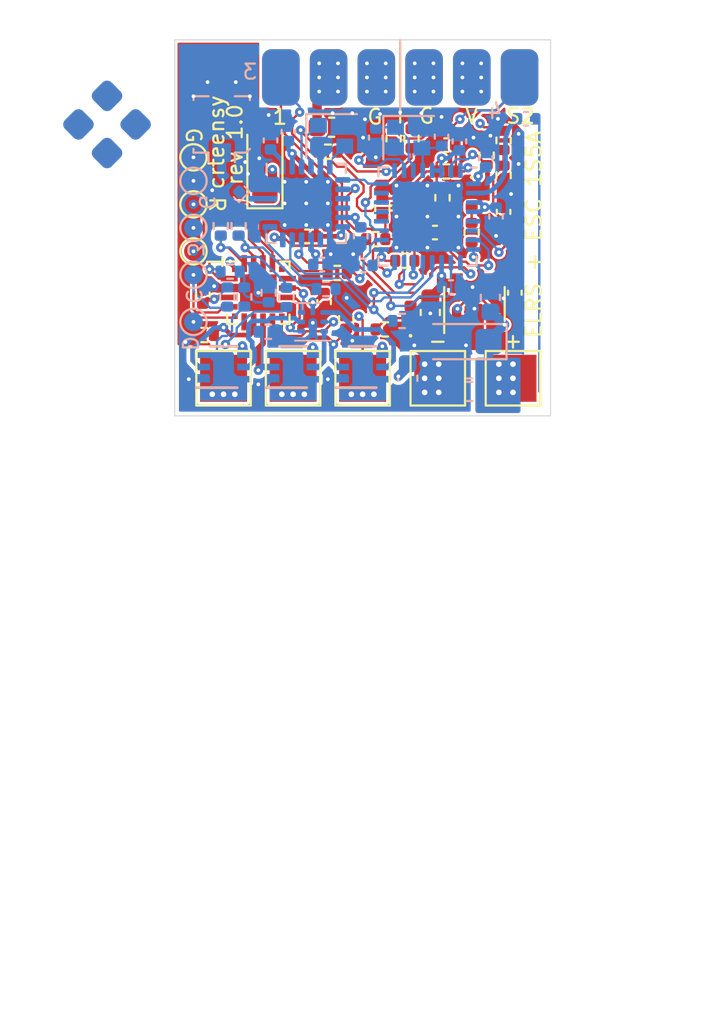
<source format=kicad_pcb>
(kicad_pcb (version 20211014) (generator pcbnew)
  (layers (0 "F.Cu" signal "F.Cu_sig") (1 "In1.Cu" signal "In1.Cu_3V3") (2 "In2.Cu" signal "In2.Cu_Gnd") (31 "B.Cu" signal "B.Cu_sig") (34 "B.Paste" user) (35 "F.Paste" user) (36 "B.SilkS" user "B.Silkscreen") (37 "F.SilkS" user "F.Silkscreen") (38 "B.Mask" user) (39 "F.Mask" user) (44 "Edge.Cuts" user))
  (net 0 "")
  (net 1 "GND")
  (net 2 "+3V3")
  (net 3 "ESP_EN")
  (net 4 "Net-(C16-Pad1)")
  (net 5 "Net-(C17-Pad1)")
  (net 6 "ESPX_OUT")
  (net 7 "ESPX_IN")
  (net 8 "Net-(R2-Pad2)")
  (net 9 "Net-(U2-Pad23)")
  (net 10 "Net-(U2-Pad22)")
  (net 11 "Net-(U2-Pad21)")
  (net 12 "Net-(U2-Pad20)")
  (net 13 "LED_A")
  (net 14 "BUSY_A")
  (net 15 "DIO1_A")
  (net 16 "NRST_A")
  (net 17 "NSS_A")
  (net 18 "SCK")
  (net 19 "MISO")
  (net 20 "MOSI")
  (net 21 "ANT")
  (net 22 "Net-(U6-Pad6)")
  (net 23 "Net-(U6-Pad4)")
  (net 24 "Net-(J1-Pad1)")
  (net 25 "Net-(U5-Pad1)")
  (net 26 "Net-(U6-Pad10)")
  (net 27 "Net-(U6-Pad9)")
  (net 28 "Net-(U6-Pad14)")
  (net 29 "Net-(C22-Pad1)")
  (net 30 "PWM1")
  (net 31 "PWM2")
  (net 32 "PWM3")
  (net 33 "PWM4")
  (net 34 "Net-(U2-Pad5)")
  (net 35 "Net-(C11-Pad1)")
  (net 36 "Net-(D1-Pad1)")
  (net 37 "Net-(J5-Pad2)")
  (net 38 "ADC_sig")
  (net 39 "Net-(C13-Pad2)")
  (net 40 "Net-(D4-Pad2)")
  (net 41 "+BATT")
  (net 42 "Net-(Q1-Pad5)")
  (net 43 "Net-(U4-Pad16)")
  (net 44 "Net-(U4-Pad15)")
  (net 45 "Net-(U4-Pad7)")
  (net 46 "phase_C")
  (net 47 "phase_B")
  (net 48 "Net-(Q2-Pad5)")
  (net 49 "phase_A")
  (net 50 "Net-(Q3-Pad5)")
  (net 51 "fb_B")
  (net 52 "fb_C")
  (net 53 "fb_Y")
  (net 54 "fb_A")
  (net 55 "Cc")
  (net 56 "Bc")
  (net 57 "Ac")
  (net 58 "Ap")
  (net 59 "Bp")
  (net 60 "Cp")
  (net 61 "C2D")
  (net 62 "C2CK")
  (net 63 "Net-(R9-Pad2)")
  (net 64 "EFM_RX")
  (net 65 "EFM_TX")
  (net 66 "Net-(J2-Pad12)")
  (net 67 "Net-(J2-Pad7)")
  (net 68 "Net-(J2-Pad6)")
  (net 69 "Net-(J2-Pad1)")
  (footprint "Resistor_SMD:R_0402_1005Metric" (layer "F.Cu") (at 168.2 66.4)
    (fp_text reference "R11" hide)
    (fp_text value "270R")
  )
  (footprint "LED_SMD:LED_0402_1005Metric" (layer "F.Cu") (at 172.8 59.4 -90)
    (fp_text reference "D4" hide)
    (fp_text value "red_2V1")
  )
  (footprint "Capacitor_SMD:C_0402_1005Metric" (layer "F.Cu") (at 175.1 64.45 -90)
    (fp_text reference "C22" hide)
    (fp_text value "10n")
  )
  (footprint "Package_TO_SOT_SMD:SOT-23-5" (layer "F.Cu") (at 172.95 65.05 90)
    (fp_text reference "U1" hide)
    (fp_text value "SPX3819M5-L-3-3")
  )
  (footprint "Capacitor_SMD:C_0603_1608Metric" (layer "F.Cu") (at 170.6 65.5 -90)
    (fp_text reference "C7" hide)
    (fp_text value "4u7")
  )
  (footprint "Resistor_SMD:R_0402_1005Metric" (layer "F.Cu") (at 168.65 56.25 -90)
    (fp_text reference "R6" hide)
    (fp_text value "1k")
  )
  (footprint "Resistor_SMD:R_0402_1005Metric" (layer "F.Cu") (at 165.15 56.95)
    (fp_text reference "R7" hide)
    (fp_text value "1k")
  )
  (footprint "Resistor_SMD:R_0402_1005Metric" (layer "F.Cu") (at 169.6 56.25 -90)
    (fp_text reference "R8" hide)
    (fp_text value "1k")
  )
  (footprint "Resistor_SMD:R_0402_1005Metric" (layer "F.Cu") (at 173.6 57.15 -90)
    (fp_text reference "R2" hide)
    (fp_text value "12k")
  )
  (footprint "Capacitor_SMD:C_0402_1005Metric" (layer "F.Cu") (at 164.05 61.45 180)
    (fp_text reference "C18" hide)
    (fp_text value "470n")
  )
  (footprint "Capacitor_SMD:C_0402_1005Metric" (layer "F.Cu") (at 171.45 56.6 180)
    (fp_text reference "C11" hide)
    (fp_text value "100n")
  )
  (footprint "Resistor_SMD:R_0402_1005Metric" (layer "F.Cu") (at 169.25 62.75 180)
    (fp_text reference "R10" hide)
    (fp_text value "10k")
  )
  (footprint "Resistor_SMD:R_0402_1005Metric" (layer "F.Cu") (at 168.05 59.95 90)
    (fp_text reference "R13" hide)
    (fp_text value "10k")
  )
  (footprint "Resistor_SMD:R_0402_1005Metric" (layer "F.Cu") (at 171.25 59.4 90)
    (fp_text reference "R1" hide)
    (fp_text value "10k")
  )
  (footprint "Resistor_SMD:R_0402_1005Metric" (layer "F.Cu") (at 174.5 56.35 90)
    (fp_text reference "R15" hide)
    (fp_text value "3k9")
  )
  (footprint "Resistor_SMD:R_0402_1005Metric" (layer "F.Cu") (at 174.5 58.2 90)
    (fp_text reference "R16" hide)
    (fp_text value "1k")
  )
  (footprint "Resistor_SMD:R_0402_1005Metric" (layer "F.Cu") (at 167.7 61.6)
    (fp_text reference "R5" hide)
    (fp_text value "1k")
  )
  (footprint "Resistor_SMD:R_0402_1005Metric" (layer "F.Cu") (at 159.45 60.9 -90)
    (fp_text reference "R21" hide)
    (fp_text value "1k")
  )
  (footprint "Capacitor_Tantalum_SMD:CP_EIA-3216-18_Kemet-A" (layer "F.Cu") (at 161.8 57.65 90)
    (fp_text reference "C8" hide)
    (fp_text value "100u")
  )
  (footprint "Capacitor_SMD:C_0603_1608Metric" (layer "F.Cu") (at 165.35 55.65)
    (fp_text reference "C27" hide)
    (fp_text value "10u")
  )
  (footprint "TestPoint:TestPoint_Pad_2.5x2.5mm" (layer "F.Cu") (at 167 69 -90)
    (fp_text reference "TP3" hide)
    (fp_text value "TestPoint" hide)
  )
  (footprint "TestPoint:TestPoint_Pad_2.5x2.5mm" (layer "F.Cu") (at 171 69)
    (fp_text reference "TP7" hide)
    (fp_text value "TestPoint" hide)
  )
  (footprint "TestPoint:TestPoint_Pad_2.5x2.5mm" (layer "F.Cu") (at 175 69)
    (fp_text reference "TP6" hide)
    (fp_text value "TestPoint" hide)
  )
  (footprint "TestPoint:TestPoint_Pad_2.5x2.5mm" (layer "F.Cu") (at 163.3 69 -90)
    (fp_text reference "TP4" hide)
    (fp_text value "TestPoint" hide)
  )
  (footprint "Capacitor_SMD:C_0402_1005Metric" (layer "F.Cu") (at 164.95 64.95 -90)
    (fp_text reference "C14" hide)
    (fp_text value "100n")
  )
  (footprint "Package_DFN_QFN:SiliconLabs_QFN-20-1EP_3x3mm_P0.5mm_EP1.8x1.8mm" (layer "F.Cu") (at 161.45 64.45)
    (fp_text reference "U4" hide)
    (fp_text value "EFM8BB21F16G-QFN20")
  )
  (footprint "Capacitor_SMD:C_0402_1005Metric" (layer "F.Cu") (at 158.5 64.55 90)
    (fp_text reference "C23" hide)
    (fp_text value "100n")
  )
  (footprint "TestPoint:TestPoint_Pad_2.5x2.5mm" (layer "F.Cu") (at 159.6 69 -90)
    (fp_text reference "TP5" hide)
    (fp_text value "TestPoint" hide)
  )
  (footprint "servo_edge:BoardEdge_Servo_4" (layer "F.Cu") (at 169 51 90)
    (fp_text reference "J2" hide)
    (fp_text value "Conn_02x06_Counter_Clockwise" hide)
  )
  (footprint "Resistor_SMD:R_0402_1005Metric" (layer "F.Cu") (at 171.45 58 180)
    (fp_text reference "R3" hide)
    (fp_text value "10k")
  )
  (footprint "Resistor_SMD:R_0402_1005Metric" (layer "F.Cu") (at 165.65 63.4)
    (fp_text reference "R9" hide)
    (fp_text value "1k")
  )
  (footprint "Resistor_SMD:R_0402_1005Metric" (layer "F.Cu") (at 160.4 60.9 -90)
    (fp_text reference "R23" hide)
    (fp_text value "1k")
  )
  (footprint "LED_SMD:LED_0402_1005Metric" (layer "F.Cu") (at 169.55 65.65 90)
    (fp_text reference "D1" hide)
    (fp_text value "blue_2V9")
  )
  (footprint "Capacitor_SMD:C_0402_1005Metric" (layer "F.Cu") (at 170.85 61.25 180)
    (fp_text reference "C4" hide)
    (fp_text value "100n")
  )
  (footprint "Capacitor_SMD:C_0402_1005Metric" (layer "F.Cu") (at 174.5 60.15 90)
    (fp_text reference "C12" hide)
    (fp_text value "100n")
  )
  (footprint "Resistor_SMD:R_0402_1005Metric" (layer "F.Cu") (at 172.8 61.25 90)
    (fp_text reference "R4" hide)
    (fp_text value "560R")
  )
  (footprint "TestPoint:TestPoint_Pad_D1.0mm" (layer "F.Cu") (at 158 62.25)
    (fp_text reference "TP10" hide)
    (fp_text value "TestPoint" hide)
  )
  (footprint "TestPoint:TestPoint_Pad_D1.0mm" (layer "F.Cu") (at 158 59.75)
    (fp_text reference "TP11" hide)
    (fp_text value "TestPoint" hide)
  )
  (footprint "Resistor_SMD:R_0402_1005Metric" (layer "F.Cu") (at 166.125 65.85 -90)
    (fp_text reference "R17" hide)
    (fp_text value "10k")
  )
  (footprint "Resistor_SMD:R_0402_1005Metric" (layer "F.Cu") (at 158.575 66.7)
    (fp_text reference "R28" hide)
    (fp_text value "10k")
  )
  (footprint "TestPoint:TestPoint_Pad_D1.0mm" (layer "F.Cu") (at 158 57.25)
    (fp_text reference "TP12" hide)
    (fp_text value "TestPoint" hide)
  )
  (footprint "Capacitor_SMD:C_0402_1005Metric" (layer "B.Cu") (at 167.05 63 180)
    (fp_text reference "C1" hide)
    (fp_text value "100n")
  )
  (footprint "Capacitor_Tantalum_SMD:CP_EIA-3216-18_Kemet-A" (layer "B.Cu") (at 172.35 67.05 180)
    (fp_text reference "C5" hide)
    (fp_text value "100u")
  )
  (footprint "Capacitor_SMD:C_0402_1005Metric" (layer "B.Cu") (at 164.85 62.95)
    (fp_text reference "C9" hide)
    (fp_text value "100n")
  )
  (footprint "Capacitor_SMD:C_0402_1005Metric" (layer "B.Cu") (at 163.05 55.9 90)
    (fp_text reference "C16" hide)
    (fp_text value "10n")
  )
  (footprint "Capacitor_SMD:C_0402_1005Metric" (layer "B.Cu") (at 162.1 56.35 90)
    (fp_text reference "C17" hide)
    (fp_text value "10n")
  )
  (footprint "ELRS_ESP8285_dual:2450FM07D0034T" (layer "B.Cu") (at 160 58.65 135)
    (fp_text reference "U5" hide)
    (fp_text value "2450FM07D0034T")
  )
  (footprint "Capacitor_SMD:C_0402_1005Metric" (layer "B.Cu") (at 166.9 61.45 -90)
    (fp_text reference "C15" hide)
    (fp_text value "100n")
  )
  (footprint "Capacitor_SMD:C_0603_1608Metric" (layer "B.Cu") (at 173.8 64.7 90)
    (fp_text reference "C6" hide)
    (fp_text value "1u")
  )
  (footprint "Capacitor_SMD:C_0402_1005Metric" (layer "B.Cu") (at 171.7 64.15)
    (fp_text reference "C10" hide)
    (fp_text value "100n")
  )
  (footprint "Resistor_SMD:R_0402_1005Metric" (layer "B.Cu") (at 169.1 65.95 180)
    (fp_text reference "R14" hide)
    (fp_text value "10k")
  )
  (footprint "TestPoint:TestPoint_Pad_D1.0mm" (layer "B.Cu") (at 158 58.5)
    (fp_text reference "TP2" hide)
    (fp_text value "TestPoint" hide)
  )
  (footprint "TestPoint:TestPoint_Pad_D1.0mm" (layer "B.Cu") (at 158 61)
    (fp_text reference "TP1" hide)
    (fp_text value "TestPoint" hide)
  )
  (footprint "UT6MA3:DFN-6-2EP_2x2mm_P0.65mm_EP2x0.9x0.7" (layer "B.Cu") (at 159.6 68.4)
    (fp_text reference "Q1" hide)
    (fp_text value "UT6MA3")
  )
  (footprint "Resistor_SMD:R_0402_1005Metric" (layer "B.Cu") (at 159.95 63.325)
    (fp_text reference "R19" hide)
    (fp_text value "1k")
  )
  (footprint "Resistor_SMD:R_0402_1005Metric" (layer "B.Cu") (at 165.05 64.25)
    (fp_text reference "R22" hide)
    (fp_text value "1k")
  )
  (footprint "Resistor_SMD:R_0402_1005Metric" (layer "B.Cu") (at 159.45 60.9 90)
    (fp_text reference "R25" hide)
    (fp_text value "1k")
  )
  (footprint "Resistor_SMD:R_0402_1005Metric" (layer "B.Cu") (at 162 64.45 90)
    (fp_text reference "R26" hide)
    (fp_text value "1k")
  )
  (footprint "UT6MA3:DFN-6-2EP_2x2mm_P0.65mm_EP2x0.9x0.7" (layer "B.Cu") (at 167 68.4)
    (fp_text reference "Q3" hide)
    (fp_text value "UT6MA3")
  )
  (footprint "Resistor_SMD:R_0402_1005Metric" (layer "B.Cu") (at 162.95 64.7 -90)
    (fp_text reference "R20" hide)
    (fp_text value "1k")
  )
  (footprint "UT6MA3:DFN-6-2EP_2x2mm_P0.65mm_EP2x0.9x0.7" (layer "B.Cu") (at 163.3 68.4)
    (fp_text reference "Q2" hide)
    (fp_text value "UT6MA3")
  )
  (footprint "Resistor_SMD:R_0402_1005Metric" (layer "B.Cu") (at 160.4 60.9 90)
    (fp_text reference "R24" hide)
    (fp_text value "1k")
  )
  (footprint "Capacitor_SMD:C_0603_1608Metric" (layer "B.Cu") (at 169.4 69 -90)
    (fp_text reference "C24" hide)
    (fp_text value "10u")
  )
  (footprint "Capacitor_SMD:C_0603_1608Metric" (layer "B.Cu") (at 172.7 69.7 180)
    (fp_text reference "C25" hide)
    (fp_text value "10u")
  )
  (footprint "Capacitor_SMD:C_0603_1608Metric" (layer "B.Cu") (at 172.7 68.5 180)
    (fp_text reference "C26" hide)
    (fp_text value "10u")
  )
  (footprint "ELRS_ESP8285_dual:U.FL_Molex_MCRF_73412-0110_Vertical_dense" (layer "B.Cu") (at 159.500001 55.5 180)
    (fp_text reference "J1" hide)
    (fp_text value "Conn_Coaxial" hide)
  )
  (footprint "NC7NZ14:UQFN-8_1.6x1.6mm_P0.50mm" (layer "B.Cu") (at 164.35 66 180)
    (fp_text reference "U3" hide)
    (fp_text value "NC7NZ14L8X")
  )
  (footprint "TestPoint:TestPoint_Pad_D1.0mm" (layer "B.Cu") (at 158 63.5)
    (fp_text reference "TP8" hide)
    (fp_text value "TestPoint" hide)
  )
  (footprint "TestPoint:TestPoint_Pad_D1.0mm" (layer "B.Cu") (at 158 66)
    (fp_text reference "TP9" hide)
    (fp_text value "TestPoint" hide)
  )
  (footprint "Crystal:Crystal_SMD_2016-4Pin_2.0x1.6mm" (layer "B.Cu") (at 165.35 56.1)
    (fp_text reference "Y3" hide)
    (fp_text value "52M")
  )
  (footprint "Capacitor_SMD:C_0402_1005Metric" (layer "B.Cu") (at 172.15 56.4 90)
    (fp_text reference "C3" hide)
    (fp_text value "100n")
  )
  (footprint "Capacitor_SMD:C_0402_1005Metric" (layer "B.Cu") (at 174.1 60.4 -90)
    (fp_text reference "C21" hide)
    (fp_text value "100n")
  )
  (footprint "ELRS_ESP8285_PWM5:QFN-32-1EP_5x5mm_P0.5mm_EP3.7x3.7mm_dense" (layer "B.Cu") (at 170.45 60.4 180)
    (fp_text reference "U2" hide)
    (fp_text value "ESP8285")
  )
  (footprint "Capacitor_SMD:C_0402_1005Metric" (layer "B.Cu") (at 167.7 56.2 -90)
    (fp_text reference "C19" hide)
    (fp_text value "4p7")
  )
  (footprint "Capacitor_SMD:C_0402_1005Metric" (layer "B.Cu") (at 173.55 57.3 90)
    (fp_text reference "C2" hide)
    (fp_text value "100n")
  )
  (footprint "Capacitor_SMD:C_0402_1005Metric" (layer "B.Cu") (at 171.2 56.15 90)
    (fp_text reference "C20" hide)
    (fp_text value "4p7")
  )
  (footprint "Crystal:Crystal_SMD_2016-4Pin_2.0x1.6mm" (layer "B.Cu") (at 169.45 56.2)
    (fp_text reference "Y2" hide)
    (fp_text value "26M")
  )
  (footprint "Capacitor_SMD:C_0402_1005Metric" (layer "B.Cu") (at 175.7 55.2 180)
    (fp_text reference "C13" hide)
    (fp_text value "10p")
  )
  (footprint "ELRS_ESP8285_dual:QFN-24-1EP_4x4mm_P0.5mm_EP2.6x2.6mm_SX1280_dense" (layer "B.Cu") (at 164 59.7 -90)
    (fp_text reference "U6" hide)
    (fp_text value "SX1281")
  )
  (footprint "ELRS_ESP8285_PWM5:molex_479480001_2g4-turret" (layer "B.Cu") (at 153.4 55.5 -45)
    (fp_text reference "J5" hide)
    (fp_text value "Conn_Coaxial")
  )
  (footprint "Resistor_SMD:R_0402_1005Metric" (layer "B.Cu") (at 161.975 66.525 180)
    (fp_text reference "R27" hide)
    (fp_text value "10k")
  )
  (footprint "Resistor_SMD:R_0402_1005Metric" (layer "B.Cu") (at 159.8 64.675 90)
    (fp_text reference "R12" hide)
    (fp_text value "1k")
  )
  (footprint "Resistor_SMD:R_0402_1005Metric" (layer "B.Cu") (at 160.7 64.675 -90)
    (fp_text reference "R18" hide)
    (fp_text value "1k")
  )
  (gr_line (start 169 51) (end 169 54.75) (layer "B.SilkS") (width 0.12))
  (gr_line (start 169 51) (end 169 55.4) (layer "F.SilkS") (width 0.12))
  (gr_line (start 157 71) (end 157 51) (layer "Edge.Cuts") (width 0.05))
  (gr_line (start 177 51) (end 177 71) (layer "Edge.Cuts") (width 0.05))
  (gr_line (start 157 51) (end 177 51) (layer "Edge.Cuts") (width 0.05))
  (gr_line (start 177 71) (end 157 71) (layer "Edge.Cuts") (width 0.05))
  (gr_text "3" (at 158.1 62.15 -90) (layer "B.SilkS") (effects (font (size 0.8 0.8) (thickness 0.12)) (justify mirror)))
  (gr_text "C" (at 158 64.65 -90) (layer "B.SilkS") (effects (font (size 0.8 0.8) (thickness 0.12)) (justify mirror)))
  (gr_text "D" (at 157.8 67.15 -90) (layer "B.SilkS") (effects (font (size 0.8 0.8) (thickness 0.12)) (justify mirror)))
  (gr_text "G" (at 158.7 59.65 -90) (layer "B.SilkS") (effects (font (size 0.8 0.8) (thickness 0.12)) (justify mirror)))
  (gr_text "3" (at 161 52.7) (layer "B.SilkS") (effects (font (size 0.8 0.8) (thickness 0.12)) (justify mirror)))
  (gr_text "4" (at 174.05 54.8) (layer "B.SilkS") (effects (font (size 0.8 0.8) (thickness 0.12)) (justify mirror)))
  (gr_text "ELRS + ESC 1S5A" (at 176.1 61.35 90) (layer "F.SilkS") (effects (font (size 0.8 0.8) (thickness 0.12))))
  (gr_text "T" (at 159.1 62.8 -90) (layer "F.SilkS") (effects (font (size 0.8 0.8) (thickness 0.12))))
  (gr_text "-" (at 171 67) (layer "F.SilkS") (effects (font (size 0.8 0.8) (thickness 0.12))))
  (gr_text "+" (at 175 67) (layer "F.SilkS") (effects (font (size 0.8 0.8) (thickness 0.12))))
  (gr_text "G" (at 167.65 55.1) (layer "F.SilkS") (effects (font (size 0.8 0.8) (thickness 0.12))))
  (gr_text "G" (at 170.4 55.05) (layer "F.SilkS") (effects (font (size 0.8 0.8) (thickness 0.12))))
  (gr_text "V" (at 172.8 55.05) (layer "F.SilkS") (effects (font (size 0.8 0.8) (thickness 0.12))))
  (gr_text "S2" (at 175.4 55.05) (layer "F.SilkS") (effects (font (size 0.8 0.8) (thickness 0.12))))
  (gr_text "1" (at 162.6 55.1) (layer "F.SilkS") (effects (font (size 0.8 0.8) (thickness 0.12))))
  (gr_text "rev 1.0" (at 160.2 56.575 90) (layer "F.SilkS") (effects (font (size 0.8 0.8) (thickness 0.12))))
  (gr_text "crteensy" (at 159.225 56.45 90) (layer "F.SilkS") (effects (font (size 0.8 0.8) (thickness 0.12))))
  (gr_text "G" (at 158 56.075 -90) (layer "F.SilkS") (effects (font (size 0.8 0.8) (thickness 0.12))))
  (gr_text "R" (at 159.25 59.75 -90) (layer "F.SilkS") (effects (font (size 0.8 0.8) (thickness 0.12))))
  (segment (start 159.1 64.1) (end 159.2 64.2) (width 0.25) (layer "F.Cu") (net 1))
  (segment (start 159.9 64.199999) (end 161.199999 64.2) (width 0.25) (layer "F.Cu") (net 1))
  (segment (start 161.199999 64.2) (end 161.45 64.450001) (width 0.25) (layer "F.Cu") (net 1))
  (segment (start 162.2 65.2) (end 161.45 64.450001) (width 0.3) (layer "F.Cu") (net 1))
  (segment (start 163 65.2) (end 162.2 65.2) (width 0.3) (layer "F.Cu") (net 1))
  (segment (start 159.2 64.2) (end 159.9 64.199999) (width 0.25) (layer "F.Cu") (net 1))
  (segment (start 173.8 56.1) (end 173.6 56.3) (width 0.125) (layer "F.Cu") (net 1))
  (segment (start 170.6 66.275) (end 170.6 67.9) (width 0.5) (layer "F.Cu") (net 1))
  (segment (start 170.37 61.97) (end 170.45 62.05) (width 0.125) (layer "F.Cu") (net 1))
  (segment (start 173.6 56.3) (end 173.6 56.64) (width 0.125) (layer "F.Cu") (net 1))
  (segment (start 166.15 65.315) (end 166.125 65.34) (width 0.125) (layer "F.Cu") (net 1))
  (segment (start 174.5 59.6) (end 174.9 59.2) (width 0.125) (layer "F.Cu") (net 1))
  (segment (start 158.53 64.1) (end 158.5 64.07) (width 0.25) (layer "F.Cu") (net 1))
  (segment (start 172.9 56.2) (end 172.75 56.05) (width 0.125) (layer "F.Cu") (net 1))
  (segment (start 174.5 58.8) (end 174.9 59.2) (width 0.125) (layer "F.Cu") (net 1))
  (segment (start 161.5 57.3) (end 161.5 56.6) (width 0.5) (layer "F.Cu") (net 1))
  (segment (start 172.75 56.05) (end 171.52 56.05) (width 0.125) (layer "F.Cu") (net 1))
  (segment (start 168.71 66.4) (end 168.96 66.65) (width 0.125) (layer "F.Cu") (net 1))
  (segment (start 174.5 58.71) (end 174.5 58.8) (width 0.125) (layer "F.Cu") (net 1))
  (segment (start 172.8 58.915) (end 172.265 58.915) (width 0.125) (layer "F.Cu") (net 1))
  (segment (start 170.225 66.65) (end 170.6 66.275) (width 0.125) (layer "F.Cu") (net 1))
  (segment (start 171.52 56.05) (end 170.97 56.6) (width 0.125) (layer "F.Cu") (net 1))
  (segment (start 161.5 56.6) (end 161.8 56.3) (width 0.5) (layer "F.Cu") (net 1))
  (segment (start 159.1 64.1) (end 158.53 64.1) (width 0.25) (layer "F.Cu") (net 1))
  (segment (start 174.5 59.67) (end 174.5 59.6) (width 0.125) (layer "F.Cu") (net 1))
  (segment (start 170.6 67.9) (end 170.25 68.25) (width 0.5) (layer "F.Cu") (net 1))
  (segment (start 168.96 66.65) (end 170.225 66.65) (width 0.125) (layer "F.Cu") (net 1))
  (segment (start 172.265 58.915) (end 172.1 58.75) (width 0.125) (layer "F.Cu") (net 1))
  (segment (start 166.15 64.725) (end 166.15 65.315) (width 0.125) (layer "F.Cu") (net 1))
  (segment (start 174.68 64.93) (end 174.5 64.75) (width 0.125) (layer "F.Cu") (net 1))
  (segment (start 170.6 66.275) (end 170.6 65.55001) (width 0.5) (layer "F.Cu") (net 1))
  (segment (start 172.95 66.15) (end 172.95 65.3) (width 0.5) (layer "F.Cu") (net 1))
  (segment (start 164 60.85) (end 164 61.02) (width 0.125) (layer "F.Cu") (net 1))
  (segment (start 164 61.02) (end 163.57 61.45) (width 0.125) (layer "F.Cu") (net 1))
  (segment (start 175.1 64.93) (end 174.68 64.93) (width 0.125) (layer "F.Cu") (net 1))
  (segment (start 170.37 61.25) (end 170.37 61.97) (width 0.125) (layer "F.Cu") (net 1))
  (via (at 160.75 57.5) (size 0.5) (drill 0.2) (layers "F.Cu" "B.Cu") (net 1))
  (via (at 169.75 67.25) (size 0.5) (drill 0.2) (layers "F.Cu" "B.Cu") (net 1))
  (via (at 172.5 67.25) (size 0.5) (drill 0.2) (layers "F.Cu" "B.Cu") (net 1))
  (via (at 164.35 66.05) (size 0.5) (drill 0.2) (layers "F.Cu" "B.Cu") (net 1))
  (via (at 159.1 64.1) (size 0.5) (drill 0.2) (layers "F.Cu" "B.Cu") (net 1))
  (via (at 161.45 64.450001) (size 0.5) (drill 0.2) (layers "F.Cu" "B.Cu") (net 1))
  (via (at 167.23 53.75) (size 0.5) (drill 0.2) (layers "F.Cu" "B.Cu") (net 1))
  (via (at 167.23 52.25) (size 0.5) (drill 0.2) (layers "F.Cu" "B.Cu") (net 1))
  (via (at 167.23 53) (size 0.5) (drill 0.2) (layers "F.Cu" "B.Cu") (net 1))
  (via (at 171.05 69.75) (size 0.6) (drill 0.3) (layers "F.Cu" "B.Cu") (net 1))
  (via (at 170.3 69.75) (size 0.6) (drill 0.3) (layers "F.Cu" "B.Cu") (net 1))
  (via (at 171.05 68.25) (size 0.6) (drill 0.3) (layers "F.Cu" "B.Cu") (net 1))
  (via (at 170.3 68.25) (size 0.6) (drill 0.3) (layers "F.Cu" "B.Cu") (net 1))
  (via (at 170.3 69) (size 0.6) (drill 0.3) (layers "F.Cu" "B.Cu") (net 1))
  (via (at 171.05 69) (size 0.6) (drill 0.3) (layers "F.Cu" "B.Cu") (net 1))
  (via (at 175.3 56) (size 0.5) (drill 0.2) (layers "F.Cu" "B.Cu") (net 1))
  (via (at 175.3 57.6) (size 0.5) (drill 0.2) (layers "F.Cu" "B.Cu") (net 1))
  (via (at 168.23 53.75) (size 0.5) (drill 0.2) (layers "F.Cu" "B.Cu") (net 1))
  (via (at 168.23 53) (size 0.5) (drill 0.2) (layers "F.Cu" "B.Cu") (net 1))
  (via (at 168.23 52.25) (size 0.5) (drill 0.2) (layers "F.Cu" "B.Cu") (net 1))
  (via (at 170.77 52.25) (size 0.5) (drill 0.2) (layers "F.Cu" "B.Cu") (net 1))
  (via (at 169.77 53) (size 0.5) (drill 0.2) (layers "F.Cu" "B.Cu") (net 1))
  (via (at 170.77 53.75) (size 0.5) (drill 0.2) (layers "F.Cu" "B.Cu") (net 1))
  (via (at 170.77 53) (size 0.5) (drill 0.2) (layers "F.Cu" "B.Cu") (net 1))
  (via (at 169.77 53.75) (size 0.5) (drill 0.2) (layers "F.Cu" "B.Cu") (net 1))
  (via (at 169.77 52.25) (size 0.5) (drill 0.2) (layers "F.Cu" "B.Cu") (net 1))
  (via (at 160.25 53.25) (size 0.5) (drill 0.2) (layers "F.Cu" "B.Cu") (net 1))
  (via (at 167.925 54.95) (size 0.5) (drill 0.2) (layers "F.Cu" "B.Cu") (net 1))
  (via (at 169 54.85) (size 0.5) (drill 0.2) (layers "F.Cu" "B.Cu") (net 1))
  (via (at 170.125 54.9) (size 0.5) (drill 0.2) (layers "F.Cu" "B.Cu") (net 1))
  (via (at 167.025 56.2) (size 0.5) (drill 0.2) (layers "F.Cu" "B.Cu") (net 1))
  (via (at 171.2 55.1) (size 0.5) (drill 0.2) (layers "F.Cu" "B.Cu") (net 1))
  (via (at 162.85 60.85) (size 0.5) (drill 0.2) (layers "F.Cu" "B.Cu") (net 1))
  (via (at 164 58.55) (size 0.5) (drill 0.2) (layers "F.Cu" "B.Cu") (net 1))
  (via (at 166.45 67) (size 0.5) (drill 0.2) (layers "F.Cu" "B.Cu") (net 1))
  (via (at 162.85 58.55) (size 0.5) (drill 0.2) (layers "F.Cu" "B.Cu") (net 1))
  (via (at 162.85 59.7) (size 0.5) (drill 0.2) (layers "F.Cu" "B.Cu") (net 1))
  (via (at 172.1 58.75) (size 0.5) (drill 0.2) (layers "F.Cu" "B.Cu") (net 1))
  (via (at 174.2 55.2) (size 0.5) (drill 0.2) (layers "F.Cu" "B.Cu") (net 1))
  (via (at 164 59.7) (size 0.5) (drill 0.2) (layers "F.Cu" "B.Cu") (net 1))
  (via (at 170.45 58.75) (size 0.5) (drill 0.2) (layers "F.Cu" "B.Cu") (net 1))
  (via (at 170.45 60.4) (size 0.5) (drill 0.2) (layers "F.Cu" "B.Cu") (net 1))
  (via (at 170.45 62.05) (size 0.5) (drill 0.2) (layers "F.Cu" "B.Cu") (net 1))
  (via (at 160.9 58.125) (size 0.5) (drill 0.2) (layers "F.Cu" "B.Cu") (net 1))
  (via (at 174.1 61.425) (size 0.5) (drill 0.2) (layers "F.Cu" "B.Cu") (net 1))
  (via (at 172.9 56.2) (size 0.5) (drill 0.2) (layers "F.Cu" "B.Cu") (net 1))
  (via (at 157.75 69.05) (size 0.5) (drill 0.2) (layers "F.Cu" "B.Cu") (net 1))
  (via (at 172.1 60.4) (size 0.5) (drill 0.2) (layers "F.Cu" "B.Cu") (net 1))
  (via (at 165.15 60.85) (size 0.5) (drill 0.2) (layers "F.Cu" "B.Cu") (net 1))
  (via (at 168.8 62.05) (size 0.5) (drill 0.2) (layers "F.Cu" "B.Cu") (net 1))
  (via (at 157.575 67.075) (size 0.5) (drill 0.2) (layers "F.Cu" "B.Cu") (net 1))
  (via (at 172.95 65.3) (size 0.5) (drill 0.2) (layers "F.Cu" "B.Cu") (net 1))
  (via (at 167.125 55.225) (size 0.5) (drill 0.2) (layers "F.Cu" "B.Cu") (net 1))
  (via (at 167.7 57.25) (size 0.5) (drill 0.2) (layers "F.Cu" "B.Cu") (net 1))
  (via (at 161.45 69.325) (size 0.5) (drill 0.2) (layers "F.Cu" "B.Cu") (net 1))
  (via (at 165.3 62.4) (size 0.5) (drill 0.2) (layers "F.Cu" "B.Cu") (net 1))
  (via (at 174.9 59.2) (size 0.5) (drill 0.2) (layers "F.Cu" "B.Cu") (net 1))
  (via (at 165.15 69.05) (size 0.5) (drill 0.2) (layers "F.Cu" "B.Cu") (net 1))
  (via (at 158 58.5) (size 0.5) (drill 0.2) (layers "F.Cu" "B.Cu") (net 1))
  (via (at 172.1 62.05) (size 0.5) (drill 0.2) (layers "F.Cu" "B.Cu") (net 1))
  (via (at 166.45 54.9) (size 0.5) (drill 0.2) (layers "F.Cu" "B.Cu") (net 1))
  (via (at 168.8 60.4) (size 0.5) (drill 0.2) (layers "F.Cu" "B.Cu") (net 1))
  (via (at 158 54) (size 0.5) (drill 0.2) (layers "F.Cu" "B.Cu") (net 1))
  (via (at 159 59) (size 0.5) (drill 0.2) (layers "F.Cu" "B.Cu") (net 1))
  (via (at 161 54) (size 0.5) (drill 0.2) (layers "F.Cu" "B.Cu") (net 1))
  (via (at 174.5 64.75) (size 0.5) (drill 0.2) (layers "F.Cu" "B.Cu") (net 1))
  (via (at 164 60.85) (size 0.5) (drill 0.2) (layers "F.Cu" "B.Cu") (net 1))
  (via (at 172.85 64.15) (size 0.5) (drill 0.2) (layers "F.Cu" "B.Cu") (net 1))
  (via (at 165.4 54.9) (size 0.5) (drill 0.2) (layers "F.Cu" "B.Cu") (net 1))
  (via (at 166.15 64.725) (size 0.5) (drill 0.2) (layers "F.Cu" "B.Cu") (net 1))
  (via (at 158 57.25) (size 0.5) (drill 0.2) (layers "F.Cu" "B.Cu") (net 1))
  (via (at 158.75 53.25) (size 0.5) (drill 0.2) (layers "F.Cu" "B.Cu") (net 1))
  (via (at 166.5 62.4) (size 0.5) (drill 0.2) (layers "F.Cu" "B.Cu") (net 1))
  (via (at 165.15 59.7) (size 0.5) (drill 0.2) (layers "F.Cu" "B.Cu") (net 1))
  (via (at 162 55) (size 0.5) (drill 0.2) (layers "F.Cu" "B.Cu") (net 1))
  (via (at 165.15 58.55) (size 0.5) (drill 0.2) (layers "F.Cu" "B.Cu") (net 1))
  (via (at 173.8 56.1) (size 0.5) (drill 0.2) (layers "F.Cu" "B.Cu") (net 1))
  (via (at 161.5 57.3) (size 0.5) (drill 0.2) (layers "F.Cu" "B.Cu") (net 1))
  (via (at 168.8 58.75) (size 0.5) (drill 0.2) (layers "F.Cu" "B.Cu") (net 1))
  (via (at 170.6 65.55001) (size 0.5) (drill 0.2) (layers "F.Cu" "B.Cu") (net 1))
  (segment (start 164.35 66.575) (end 164.35 66.05) (width 0.25) (layer "B.Cu") (net 1))
  (segment (start 162.25 69.05) (end 162.075 69.05) (width 0.35) (layer "B.Cu") (net 1))
  (segment (start 166.5 62.4) (end 166.5 62.93) (width 0.25) (layer "B.Cu") (net 1))
  (segment (start 160.4 60.39) (end 159.45 60.39) (width 0.125) (layer "B.Cu") (net 1))
  (segment (start 170.6 65.55001) (end 170.6 66.65) (width 0.5) (layer "B.Cu") (net 1))
  (segment (start 161.725 69.325) (end 161.45 69.325) (width 0.35) (layer "B.Cu") (net 1))
  (segment (start 166.9 61.93) (end 166.9 62) (width 0.25) (layer "B.Cu") (net 1))
  (segment (start 164.75 58.95) (end 164 59.7) (width 0.125) (layer "B.Cu") (net 1))
  (segment (start 166 55.55) (end 166.05 55.55) (width 0.125) (layer "B.Cu") (net 1))
  (segment (start 162.075 69.05) (end 161.8 69.325) (width 0.35) (layer "B.Cu") (net 1))
  (segment (start 162.0625 60.45) (end 163.25 60.45) (width 0.125) (layer "B.Cu") (net 1))
  (segment (start 163.25 60.45) (end 164 59.7) (width 0.125) (layer "B.Cu") (net 1))
  (segment (start 165.3 62.4) (end 165.25 62.35) (width 0.3) (layer "B.Cu") (net 1))
  (segment (start 165.3 62.4) (end 165.3 62.92) (width 0.3) (layer "B.Cu") (net 1))
  (segment (start 165.25 61.6375) (end 165.25 60.95) (width 0.125) (layer "B.Cu") (net 1))
  (segment (start 164.75 57.7625) (end 164.75 58.95) (width 0.125) (layer "B.Cu") (net 1))
  (segment (start 167.7 56.68) (end 167.7 57.25) (width 0.125) (layer "B.Cu") (net 1))
  (segment (start 170.15 55.65) (end 171.18 55.65) (width 0.125) (layer "B.Cu") (net 1))
  (segment (start 165.3 62.92) (end 165.33 62.95) (width 0.3) (layer "B.Cu") (net 1))
  (segment (start 173.575 64.15) (end 173.8 63.925) (width 0.25) (layer "B.Cu") (net 1))
  (segment (start 165.25 56.1) (end 165.45 56.1) (width 0.125) (layer "B.Cu") (net 1))
  (segment (start 164.65 56.65) (end 164.7 56.65) (width 0.125) (layer "B.Cu") (net 1))
  (segment (start 170.00999 65.55001) (end 170.6 65.55001) (width 0.125) (layer "B.Cu") (net 1))
  (segment (start 166.45 55.15) (end 166.45 54.9) (width 0.125) (layer "B.Cu") (net 1))
  (segment (start 162.0625 59.95) (end 163.75 59.95) (width 0.125) (layer "B.Cu") (net 1))
  (segment (start 167.77 56.75) (end 167.7 56.68) (width 0.125) (layer "B.Cu") (net 1))
  (segment (start 170.6 66.65) (end 171 67.05) (width 0.5) (layer "B.Cu") (net 1))
  (segment (start 172.9 56.2) (end 172.93 56.2) (width 0.125) (layer "B.Cu") (net 1))
  (segment (start 171.2 55.67) (end 171.2 55.1) (width 0.125) (layer "B.Cu") (net 1))
  (segment (start 174.5 64.625) (end 174.5 64.75) (width 0.25) (layer "B.Cu") (net 1))
  (segment (start 165.25 60.95) (end 164 59.7) (width 0.125) (layer "B.Cu") (net 1))
  (segment (start 172.18 64.15) (end 172.85 64.15) (width 0.25) (layer "B.Cu") (net 1))
  (segment (start 162.75 58.45) (end 164 59.7) (width 0.125) (layer "B.Cu") (net 1))
  (segment (start 166.5 62.93) (end 166.57 63) (width 0.25) (layer "B.Cu") (net 1))
  (segment (start 164.7 56.65) (end 165.25 56.1) (width 0.125) (layer "B.Cu") (net 1))
  (segment (start 163.25 58.95) (end 164 59.7) (width 0.125) (layer "B.Cu") (net 1))
  (segment (start 165.95 69.05) (end 165.15 69.05) (width 0.35) (layer "B.Cu") (net 1))
  (segment (start 161.8 69.325) (end 161.725 69.325) (width 0.35) (layer "B.Cu") (net 1))
  (segment (start 158.55 69.05) (end 157.75 69.05) (width 0.35) (layer "B.Cu") (net 1))
  (segment (start 171.18 55.65) (end 171.2 55.67) (width 0.125) (layer "B.Cu") (net 1))
  (segment (start 162.0625 58.45) (end 162.75 58.45) (width 0.125) (layer "B.Cu") (net 1))
  (segment (start 172.43 56.2) (end 172.15 55.92) (width 0.125) (layer "B.Cu") (net 1))
  (segment (start 165.45 56.1) (end 166 55.55) (width 0.125) (layer "B.Cu") (net 1))
  (segment (start 164.75 57.7625) (end 164.75 56.75) (width 0.125) (layer "B.Cu") (net 1))
  (segment (start 168.75 56.75) (end 167.77 56.75) (width 0.125) (layer "B.Cu") (net 1))
  (segment (start 173.8 63.925) (end 174.5 64.625) (width 0.25) (layer "B.Cu") (net 1))
  (segment (start 163.75 59.95) (end 164 59.7) (width 0.125) (layer "B.Cu") (net 1))
  (segment (start 172.9 56.2) (end 172.43 56.2) (width 0.125) (layer "B.Cu") (net 1))
  (segment (start 166.05 55.55) (end 166.45 55.15) (width 0.125) (layer "B.Cu") (net 1))
  (segment (start 165.25 62.35) (end 165.25 61.6375) (width 0.3) (layer "B.Cu") (net 1))
  (segment (start 174.1 61.425) (end 174.1 60.88) (width 0.25) (layer "B.Cu") (net 1))
  (segment (start 169.61 65.95) (end 170.00999 65.55001) (width 0.125) (layer "B.Cu") (net 1))
  (segment (start 172.93 56.2) (end 173.55 56.82) (width 0.125) (layer "B.Cu") (net 1))
  (segment (start 164.75 56.75) (end 164.65 56.65) (width 0.125) (layer "B.Cu") (net 1))
  (segment (start 166.9 62) (end 166.5 62.4) (width 0.25) (layer "B.Cu") (net 1))
  (segment (start 162.0625 58.95) (end 163.25 58.95) (width 0.125) (layer "B.Cu") (net 1))
  (segment (start 172.85 64.15) (end 173.575 64.15) (width 0.25) (layer "B.Cu") (net 1))
  (segment (start 159.1 64.8) (end 159.2 64.7) (width 0.25) (layer "F.Cu") (net 2))
  (segment (start 159.2 64.7) (end 159.9 64.7) (width 0.25) (layer "F.Cu") (net 2))
  (segment (start 168.2 62.75) (end 168 62.55) (width 0.125) (layer "F.Cu") (net 2))
  (segment (start 171.2 63.55) (end 171.2 63.95) (width 0.5) (layer "F.Cu") (net 2))
  (segment (start 162.2 58.6) (end 162.2 57.9) (width 0.5) (layer "F.Cu") (net 2))
  (segment (start 170.94 58) (end 170.94 57.56) (width 0.125) (layer "F.Cu") (net 2))
  (segment (start 168.74 62.75) (end 168.2 62.75) (width 0.125) (layer "F.Cu") (net 2))
  (segment (start 171.2 63.95) (end 172 63.95) (width 0.5) (layer "F.Cu") (net 2))
  (segment (start 170.4 58) (end 170.94 58) (width 0.125) (layer "F.Cu") (net 2))
  (segment (start 170.94 57.56) (end 171.2 57.3) (width 0.125) (layer "F.Cu") (net 2))
  (segment (start 170.94 58.58) (end 171.25 58.89) (width 0.125) (layer "F.Cu") (net 2))
  (segment (start 170.6 64.725) (end 170.825 64.95) (width 0.25) (layer "F.Cu") (net 2))
  (segment (start 169.99 64.725) (end 170.6 64.725) (width 0.125) (layer "F.Cu") (net 2))
  (segment (start 170.94 58) (end 170.94 58.58) (width 0.125) (layer "F.Cu") (net 2))
  (segment (start 161.8 59) (end 162.2 58.6) (width 0.5) (layer "F.Cu") (net 2))
  (segment (start 158.73 64.8) (end 158.5 65.03) (width 0.25) (layer "F.Cu") (net 2))
  (segment (start 169.55 65.165) (end 169.99 64.725) (width 0.125) (layer "F.Cu") (net 2))
  (segment (start 168.96 59.44) (end 170.4 58) (width 0.125) (layer "F.Cu") (net 2))
  (segment (start 171.2 63.95) (end 171.2 64.125) (width 0.5) (layer "F.Cu") (net 2))
  (segment (start 159.1 64.8) (end 158.73 64.8) (width 0.25) (layer "F.Cu") (net 2))
  (segment (start 168.05 59.44) (end 168.96 59.44) (width 0.125) (layer "F.Cu") (net 2))
  (segment (start 171.2 64.125) (end 170.6 64.725) (width 0.5) (layer "F.Cu") (net 2))
  (via (at 159.1 64.8) (size 0.5) (drill 0.2) (layers "F.Cu" "B.Cu") (net 2))
  (via (at 162.2 57.9) (size 0.5) (drill 0.2) (layers "F.Cu" "B.Cu") (net 2))
  (via (at 171.2 57.3) (size 0.5) (drill 0.2) (layers "F.Cu" "B.Cu") (net 2))
  (via (at 168 62.55) (size 0.5) (drill 0.2) (layers "F.Cu" "B.Cu") (net 2))
  (via (at 173.5 59.9) (size 0.5) (drill 0.2) (layers "F.Cu" "B.Cu") (net 2))
  (via (at 173.15 58.25) (size 0.5) (drill 0.2) (layers "F.Cu" "B.Cu") (net 2))
  (via (at 171.2 63.55) (size 0.5) (drill 0.2) (layers "F.Cu" "B.Cu") (net 2))
  (via (at 166.6 60.45) (size 0.5) (drill 0.2) (layers "F.Cu" "B.Cu") (net 2))
  (via (at 164.5 62.4) (size 0.5) (drill 0.2) (layers "F.Cu" "B.Cu") (net 2))
  (via (at 158 61) (size 0.5) (drill 0.2) (layers "F.Cu" "B.Cu") (net 2))
  (segment (start 173.15 58.25) (end 173.15 58.18) (width 0.25) (layer "B.Cu") (net 2))
  (segment (start 174.08 59.9) (end 174.1 59.92) (width 0.25) (layer "B.Cu") (net 2))
  (segment (start 172.9 59.65) (end 173.25 59.65) (width 0.25) (layer "B.Cu") (net 2))
  (segment (start 164.25 62.15) (end 164.25 61.6375) (width 0.3) (layer "B.Cu") (net 2))
  (segment (start 159.1 64.8) (end 159.165 64.8) (width 0.125) (layer "B.Cu") (net 2))
  (segment (start 170.7 57.95) (end 171.2 57.95) (width 0.25) (layer "B.Cu") (net 2))
  (segment (start 173.25 59.65) (end 173.5 59.9) (width 0.25) (layer "B.Cu") (net 2))
  (segment (start 173.15 58.6) (end 173.15 58.25) (width 0.25) (layer "B.Cu") (net 2))
  (segment (start 164.5 62.4) (end 164.25 62.15) (width 0.3) (layer "B.Cu") (net 2))
  (segment (start 171.2 57.3) (end 171.55 57.3) (width 0.25) (layer "B.Cu") (net 2))
  (segment (start 159.165 64.8) (end 159.8 64.165) (width 0.125) (layer "B.Cu") (net 2))
  (segment (start 173.5 59.9) (end 174.08 59.9) (width 0.25) (layer "B.Cu") (net 2))
  (segment (start 166.6 60.45) (end 165.9375 60.45) (width 0.25) (layer "B.Cu") (net 2))
  (segment (start 168 62.55) (end 168 62.15) (width 0.25) (layer "B.Cu") (net 2))
  (segment (start 173.15 58.18) (end 173.55 57.78) (width 0.25) (layer "B.Cu") (net 2))
  (segment (start 166.6 60.45) (end 166.6 60.67) (width 0.25) (layer "B.Cu") (net 2))
  (segment (start 171.55 57.3) (end 171.97 56.88) (width 0.25) (layer "B.Cu") (net 2))
  (segment (start 172.9 58.65) (end 173.1 58.65) (width 0.25) (layer "B.Cu") (net 2))
  (segment (start 171.2 63.55) (end 171.2 64.13) (width 0.25) (layer "B.Cu") (net 2))
  (segment (start 172.9 60.15) (end 173.25 60.15) (width 0.25) (layer "B.Cu") (net 2))
  (segment (start 164.5 62.4) (end 164.5 62.82) (width 0.3) (layer "B.Cu") (net 2))
  (segment (start 173.1 58.65) (end 173.15 58.6) (width 0.25) (layer "B.Cu") (net 2))
  (segment (start 168 62.55) (end 167.98 62.55) (width 0.25) (layer "B.Cu") (net 2))
  (segment (start 171.2 64.13) (end 171.22 64.15) (width 0.25) (layer "B.Cu") (net 2))
  (segment (start 171.97 56.88) (end 172.15 56.88) (width 0.25) (layer "B.Cu") (net 2))
  (segment (start 173.25 60.15) (end 173.5 59.9) (width 0.25) (layer "B.Cu") (net 2))
  (segment (start 166.6 60.67) (end 166.9 60.97) (width 0.25) (layer "B.Cu") (net 2))
  (segment (start 171.2 63.55) (end 171.2 62.85) (width 0.25) (layer "B.Cu") (net 2))
  (segment (start 171.2 57.95) (end 171.2 57.3) (width 0.25) (layer "B.Cu") (net 2))
  (segment (start 167.98 62.55) (end 167.53 63) (width 0.25) (layer "B.Cu") (net 2))
  (segment (start 164.5 62.82) (end 164.37 62.95) (width 0.3) (layer "B.Cu") (net 2))
  (segment (start 172.5 62.8) (end 172.2 62.8) (width 0.125) (layer "F.Cu") (net 3))
  (segment (start 173.7 63) (end 172.7 63) (width 0.125) (layer "F.Cu") (net 3))
  (segment (start 171.33 61.93) (end 171.33 61.25) (width 0.125) (layer "F.Cu") (net 3))
  (segment (start 172.2 62.8) (end 171.33 61.93) (width 0.125) (layer "F.Cu") (net 3))
  (segment (start 172.7 63) (end 172.5 62.8) (width 0.125) (layer "F.Cu") (net 3))
  (segment (start 171.33 61.25) (end 171.33 59.99) (width 0.125) (layer "F.Cu") (net 3))
  (segment (start 171.33 59.99) (end 171.25 59.91) (width 0.125) (layer "F.Cu") (net 3))
  (via (at 173.7 63) (size 0.5) (drill 0.2) (layers "F.Cu" "B.Cu") (net 3))
  (segment (start 173.7 63) (end 173.7 62.175) (width 0.125) (layer "B.Cu") (net 3))
  (segment (start 173.7 62.175) (end 173.175 61.65) (width 0.125) (layer "B.Cu") (net 3))
  (segment (start 173.175 61.65) (end 172.9 61.65) (width 0.125) (layer "B.Cu") (net 3))
  (segment (start 164.53 61.45) (end 165.8 61.45) (width 0.25) (layer "F.Cu") (net 4))
  (segment (start 164.53 61.45) (end 164.53 58.33) (width 0.25) (layer "F.Cu") (net 4))
  (segment (start 164.53 58.33) (end 163.25 57.05) (width 0.25) (layer "F.Cu") (net 4))
  (segment (start 165.8 61.45) (end 165.85 61.4) (width 0.25) (layer "F.Cu") (net 4))
  (via (at 163.25 57.05) (size 0.5) (drill 0.2) (layers "F.Cu" "B.Cu") (net 4))
  (via (at 165.85 61.4) (size 0.5) (drill 0.2) (layers "F.Cu" "B.Cu") (net 4))
  (segment (start 163.05 56.38) (end 163.05 56.85) (width 0.25) (layer "B.Cu") (net 4))
  (segment (start 163.25 57.7625) (end 163.25 57.05) (width 0.25) (layer "B.Cu") (net 4))
  (segment (start 165.9375 61.3125) (end 165.85 61.4) (width 0.25) (layer "B.Cu") (net 4))
  (segment (start 165.9375 60.95) (end 165.9375 61.3125) (width 0.25) (layer "B.Cu") (net 4))
  (segment (start 163.05 56.85) (end 163.25 57.05) (width 0.25) (layer "B.Cu") (net 4))
  (segment (start 162.75 57.7625) (end 162.75 57.45) (width 0.25) (layer "B.Cu") (net 5))
  (segment (start 162.13 56.83) (end 162.1 56.83) (width 0.25) (layer "B.Cu") (net 5))
  (segment (start 162.75 57.45) (end 162.13 56.83) (width 0.25) (layer "B.Cu") (net 5))
  (segment (start 169.7 57.65) (end 169.45 57.4) (width 0.125) (layer "B.Cu") (net 6))
  (segment (start 169.7 57.95) (end 169.7 57.65) (width 0.125) (layer "B.Cu") (net 6))
  (segment (start 167.77 55.65) (end 167.7 55.72) (width 0.125) (layer "B.Cu") (net 6))
  (segment (start 169.45 56.3) (end 168.8 55.65) (width 0.125) (layer "B.Cu") (net 6))
  (segment (start 168.8 55.65) (end 168.75 55.65) (width 0.125) (layer "B.Cu") (net 6))
  (segment (start 169.45 57.4) (end 169.45 56.3) (width 0.125) (layer "B.Cu") (net 6))
  (segment (start 168.75 55.65) (end 167.77 55.65) (width 0.125) (layer "B.Cu") (net 6))
  (segment (start 170.15 56.75) (end 171.08 56.75) (width 0.125) (layer "B.Cu") (net 7))
  (segment (start 170.2 57.95) (end 170.2 56.8) (width 0.125) (layer "B.Cu") (net 7))
  (segment (start 171.08 56.75) (end 171.2 56.63) (width 0.125) (layer "B.Cu") (net 7))
  (segment (start 170.2 56.8) (end 170.15 56.75) (width 0.125) (layer "B.Cu") (net 7))
  (segment (start 172.85 57.1) (end 173.04 57.1) (width 0.125) (layer "F.Cu") (net 8))
  (segment (start 173.04 57.1) (end 173.6 57.66) (width 0.125) (layer "F.Cu") (net 8))
  (via (at 172.85 57.1) (size 0.5) (drill 0.2) (layers "F.Cu" "B.Cu") (net 8))
  (segment (start 171.7 57.65) (end 172 57.35) (width 0.125) (layer "B.Cu") (net 8))
  (segment (start 172.6 57.35) (end 172.85 57.1) (width 0.125) (layer "B.Cu") (net 8))
  (segment (start 172 57.35) (end 172.6 57.35) (width 0.125) (layer "B.Cu") (net 8))
  (segment (start 171.7 57.95) (end 171.7 57.65) (width 0.125) (layer "B.Cu") (net 8))
  (segment (start 172.9 61.86) (end 172.8 61.76) (width 0.125) (layer "F.Cu") (net 13))
  (segment (start 172.9 62.55) (end 172.9 61.86) (width 0.125) (layer "F.Cu") (net 13))
  (via (at 172.9 62.55) (size 0.5) (drill 0.2) (layers "F.Cu" "B.Cu") (net 13))
  (segment (start 172.9 62.55) (end 172.9 62.15) (width 0.125) (layer "B.Cu") (net 13))
  (segment (start 168 58.65) (end 167.3 58.65) (width 0.125) (layer "B.Cu") (net 14))
  (segment (start 167.1 58.45) (end 165.9375 58.45) (width 0.125) (layer "B.Cu") (net 14))
  (segment (start 167.3 58.65) (end 167.1 58.45) (width 0.125) (layer "B.Cu") (net 14))
  (segment (start 168.3 63.4) (end 168 63.1) (width 0.125) (layer "F.Cu") (net 15))
  (segment (start 168 63.1) (end 167.925 63.1) (width 0.125) (layer "F.Cu") (net 15))
  (segment (start 167.55 62.2) (end 167.7 62.05) (width 0.125) (layer "F.Cu") (net 15))
  (segment (start 166.15 59.35) (end 166.6 58.9) (width 0.125) (layer "F.Cu") (net 15))
  (segment (start 167.55 62.725) (end 167.55 62.2) (width 0.125) (layer "F.Cu") (net 15))
  (segment (start 166.55 61.05) (end 166.15 60.65) (width 0.125) (layer "F.Cu") (net 15))
  (segment (start 167.925 63.1) (end 167.55 62.725) (width 0.125) (layer "F.Cu") (net 15))
  (segment (start 167.7 61.3) (end 167.45 61.05) (width 0.125) (layer "F.Cu") (net 15))
  (segment (start 166.15 60.65) (end 166.15 59.35) (width 0.125) (layer "F.Cu") (net 15))
  (segment (start 167.7 62.05) (end 167.7 61.3) (width 0.125) (layer "F.Cu") (net 15))
  (segment (start 167.45 61.05) (end 166.55 61.05) (width 0.125) (layer "F.Cu") (net 15))
  (via (at 166.6 58.9) (size 0.5) (drill 0.2) (layers "F.Cu" "B.Cu") (net 15))
  (via (at 168.3 63.4) (size 0.5) (drill 0.2) (layers "F.Cu" "B.Cu") (net 15))
  (segment (start 168.3 63.4) (end 168.4 63.4) (width 0.125) (layer "B.Cu") (net 15))
  (segment (start 166.55 58.95) (end 165.9375 58.95) (width 0.125) (layer "B.Cu") (net 15))
  (segment (start 168.7 63.1) (end 168.7 62.85) (width 0.125) (layer "B.Cu") (net 15))
  (segment (start 166.6 58.9) (end 166.55 58.95) (width 0.125) (layer "B.Cu") (net 15))
  (segment (start 168.4 63.4) (end 168.7 63.1) (width 0.125) (layer "B.Cu") (net 15))
  (segment (start 167.65 59.95) (end 167.5 60.1) (width 0.125) (layer "F.Cu") (net 16))
  (segment (start 165.15 57.25) (end 165.15 56.65) (width 0.125) (layer "F.Cu") (net 16))
  (segment (start 169.71 63.49) (end 169.7 63.5) (width 0.125) (layer "F.Cu") (net 16))
  (segment (start 169.7 63.5) (end 169.7 62.81) (width 0.125) (layer "F.Cu") (net 16))
  (segment (start 169.76 60.71) (end 169 59.95) (width 0.125) (layer "F.Cu") (net 16))
  (segment (start 166.7 59.447502) (end 167.05 59.097502) (width 0.125) (layer "F.Cu") (net 16))
  (segment (start 163.7 55.85) (end 163.7 55.8) (width 0.125) (layer "F.Cu") (net 16))
  (segment (start 166.7 59.85) (end 166.7 59.447502) (width 0.125) (layer "F.Cu") (net 16))
  (segment (start 169.76 62.75) (end 169.76 60.71) (width 0.125) (layer "F.Cu") (net 16))
  (segment (start 167.05 59.097502) (end 167.05 58.725) (width 0.125) (layer "F.Cu") (net 16))
  (segment (start 164.2 56.35) (end 163.7 55.85) (width 0.125) (layer "F.Cu") (net 16))
  (segment (start 166.075 57.75) (end 165.65 57.75) (width 0.125) (layer "F.Cu") (net 16))
  (segment (start 166.95 60.1) (end 166.7 59.85) (width 0.125) (layer "F.Cu") (net 16))
  (segment (start 167.5 60.1) (end 166.95 60.1) (width 0.125) (layer "F.Cu") (net 16))
  (segment (start 165.15 56.65) (end 164.85 56.35) (width 0.125) (layer "F.Cu") (net 16))
  (segment (start 169 59.95) (end 167.65 59.95) (width 0.125) (layer "F.Cu") (net 16))
  (segment (start 169.7 62.81) (end 169.76 62.75) (width 0.125) (layer "F.Cu") (net 16))
  (segment (start 165.65 57.75) (end 165.15 57.25) (width 0.125) (layer "F.Cu") (net 16))
  (segment (start 164.85 56.35) (end 164.2 56.35) (width 0.125) (layer "F.Cu") (net 16))
  (segment (start 167.05 58.725) (end 166.075 57.75) (width 0.125) (layer "F.Cu") (net 16))
  (via (at 169.7 63.5) (size 0.5) (drill 0.2) (layers "F.Cu" "B.Cu") (net 16))
  (via (at 163.7 55.8) (size 0.5) (drill 0.2) (layers "F.Cu" "B.Cu") (net 16))
  (segment (start 169.7 63.5) (end 169.7 62.85) (width 0.125) (layer "B.Cu") (net 16))
  (segment (start 163.75 55.85) (end 163.75 57.7625) (width 0.125) (layer "B.Cu") (net 16))
  (segment (start 163.7 55.8) (end 163.75 55.85) (width 0.125) (layer "B.Cu") (net 16))
  (segment (start 167.6 65.35) (end 167.6 64.45) (width 0.125) (layer "F.Cu") (net 17))
  (via (at 167.6 65.35) (size 0.5) (drill 0.2) (layers "F.Cu" "B.Cu") (net 17))
  (via (at 167.6 64.45) (size 0.5) (drill 0.2) (layers "F.Cu" "B.Cu") (net 17))
  (segment (start 167.6 65.35) (end 168.2 65.95) (width 0.125) (layer "B.Cu") (net 17))
  (segment (start 167.6 64.45) (end 169.4 64.45) (width 0.125) (layer "B.Cu") (net 17))
  (segment (start 165.8 63.7) (end 167.45 65.35) (width 0.125) (layer "B.Cu") (net 17))
  (segment (start 167.45 65.35) (end 167.6 65.35) (width 0.125) (layer "B.Cu") (net 17))
  (segment (start 163.8 63.7) (end 165.8 63.7) (width 0.125) (layer "B.Cu") (net 17))
  (segment (start 170.2 63.65) (end 170.2 62.85) (width 0.125) (layer "B.Cu") (net 17))
  (segment (start 161.85 60.95) (end 161.85 61.75) (width 0.125) (layer "B.Cu") (net 17))
  (segment (start 168.2 65.95) (end 168.59 65.95) (width 0.125) (layer "B.Cu") (net 17))
  (segment (start 162.0625 60.95) (end 161.85 60.95) (width 0.125) (layer "B.Cu") (net 17))
  (segment (start 161.85 61.75) (end 163.8 63.7) (width 0.125) (layer "B.Cu") (net 17))
  (segment (start 169.4 64.45) (end 170.2 63.65) (width 0.125) (layer "B.Cu") (net 17))
  (segment (start 168.7 64.45) (end 169.8 64.45) (width 0.125) (layer "F.Cu") (net 18))
  (segment (start 166.7 61.95) (end 166.95 62.2) (width 0.125) (layer "F.Cu") (net 18))
  (segment (start 166.95 62.7) (end 168.7 64.45) (width 0.125) (layer "F.Cu") (net 18))
  (segment (start 162.8 61.5) (end 163.25 61.95) (width 0.125) (layer "F.Cu") (net 18))
  (segment (start 170.6 63.45) (end 170.95 63.1) (width 0.125) (layer "F.Cu") (net 18))
  (segment (start 169.8 64.45) (end 170.6 63.65) (width 0.125) (layer "F.Cu") (net 18))
  (segment (start 166.95 62.2) (end 166.95 62.7) (width 0.125) (layer "F.Cu") (net 18))
  (segment (start 163.25 61.95) (end 166.7 61.95) (width 0.125) (layer "F.Cu") (net 18))
  (segment (start 162.3 61.5) (end 162.8 61.5) (width 0.125) (layer "F.Cu") (net 18))
  (segment (start 172.4 63.1) (end 172.75 63.45) (width 0.125) (layer "F.Cu") (net 18))
  (segment (start 170.95 63.1) (end 172.4 63.1) (width 0.125) (layer "F.Cu") (net 18))
  (segment (start 170.6 63.65) (end 170.6 63.45) (width 0.125) (layer "F.Cu") (net 18))
  (via (at 162.3 61.5) (size 0.5) (drill 0.2) (layers "F.Cu" "B.Cu") (net 18))
  (via (at 172.75 63.45) (size 0.5) (drill 0.2) (layers "F.Cu" "B.Cu") (net 18))
  (segment (start 172.75 63.45) (end 172.55 63.45) (width 0.125) (layer "B.Cu") (net 18))
  (segment (start 162.4375 61.6375) (end 162.3 61.5) (width 0.125) (layer "B.Cu") (net 18))
  (segment (start 172.2 63.1) (end 172.2 62.85) (width 0.125) (layer "B.Cu") (net 18))
  (segment (start 172.55 63.45) (end 172.2 63.1) (width 0.125) (layer "B.Cu") (net 18))
  (segment (start 162.75 61.6375) (end 162.4375 61.6375) (width 0.125) (layer "B.Cu") (net 18))
  (segment (start 164.05 62.85) (end 163.6 62.4) (width 0.125) (layer "F.Cu") (net 19))
  (segment (start 168.5 64.7) (end 166.65 62.85) (width 0.125) (layer "F.Cu") (net 19))
  (segment (start 166.65 62.85) (end 164.05 62.85) (width 0.125) (layer "F.Cu") (net 19))
  (segment (start 168.5 65.15) (end 168.5 64.7) (width 0.125) (layer "F.Cu") (net 19))
  (via (at 163.6 62.4) (size 0.5) (drill 0.2) (layers "F.Cu" "B.Cu") (net 19))
  (via (at 168.5 65.15) (size 0.5) (drill 0.2) (layers "F.Cu" "B.Cu") (net 19))
  (segment (start 171.7 64.45) (end 171.7 62.85) (width 0.125) (layer "B.Cu") (net 19))
  (segment (start 171.5 64.65) (end 171.7 64.45) (width 0.125) (layer "B.Cu") (net 19))
  (segment (start 163.6 62.4) (end 163.75 62.25) (width 0.125) (layer "B.Cu") (net 19))
  (segment (start 163.75 62.25) (end 163.75 61.6375) (width 0.125) (layer "B.Cu") (net 19))
  (segment (start 170.025 64.65) (end 171.5 64.65) (width 0.125) (layer "B.Cu") (net 19))
  (segment (start 169.525 65.15) (end 170.025 64.65) (width 0.125) (layer "B.Cu") (net 19))
  (segment (start 168.5 65.15) (end 169.525 65.15) (width 0.125) (layer "B.Cu") (net 19))
  (segment (start 165.95 63.45) (end 167.4 64.9) (width 0.125) (layer "B.Cu") (net 20))
  (segment (start 163.15 62.65) (end 163.95 63.45) (width 0.125) (layer "B.Cu") (net 20))
  (segment (start 163.25 61.6375) (end 163.25 61.95) (width 0.125) (layer "B.Cu") (net 20))
  (segment (start 163.25 61.95) (end 163.15 62.05) (width 0.125) (layer "B.Cu") (net 20))
  (segment (start 169.55 64.7) (end 170.7 63.55) (width 0.125) (layer "B.Cu") (net 20))
  (segment (start 170.7 63.55) (end 170.7 63.5) (width 0.125) (layer "B.Cu") (net 20))
  (segment (start 167.95 64.9) (end 168.15 64.7) (width 0.125) (layer "B.Cu") (net 20))
  (segment (start 170.7 63.5) (end 170.7 62.85) (width 0.125) (layer "B.Cu") (net 20))
  (segment (start 167.4 64.9) (end 167.95 64.9) (width 0.125) (layer "B.Cu") (net 20))
  (segment (start 163.95 63.45) (end 165.95 63.45) (width 0.125) (layer "B.Cu") (net 20))
  (segment (start 163.15 62.05) (end 163.15 62.65) (width 0.125) (layer "B.Cu") (net 20))
  (segment (start 168.15 64.7) (end 169.55 64.7) (width 0.125) (layer "B.Cu") (net 20))
  (segment (start 176.4 55) (end 176.4 69.7) (width 0.125) (layer "B.Cu") (net 21))
  (segment (start 165.25 57.7625) (end 165.25 57.45) (width 0.125) (layer "B.Cu") (net 22))
  (segment (start 165.25 57.45) (end 166.05 56.65) (width 0.125) (layer "B.Cu") (net 22))
  (segment (start 164 57.2) (end 164 56.15) (width 0.125) (layer "B.Cu") (net 23))
  (segment (start 164.6 55.55) (end 164.65 55.55) (width 0.125) (layer "B.Cu") (net 23))
  (segment (start 164.25 57.45) (end 164 57.2) (width 0.125) (layer "B.Cu") (net 23))
  (segment (start 164.25 57.7625) (end 164.25 57.45) (width 0.125) (layer "B.Cu") (net 23))
  (segment (start 164 56.15) (end 164.6 55.55) (width 0.125) (layer "B.Cu") (net 23))
  (segment (start 159.500001 58.150001) (end 159.575736 58.225736) (width 0.5) (layer "B.Cu") (net 24))
  (segment (start 159.500001 57) (end 159.500001 58.150001) (width 0.5) (layer "B.Cu") (net 24))
  (segment (start 160.64053 59.285599) (end 160.668555 59.307469) (width 0.3) (layer "B.Cu") (net 25))
  (segment (start 160.613612 59.262379) (end 160.64053 59.285599) (width 0.3) (layer "B.Cu") (net 25))
  (segment (start 161.064461 59.449127) (end 161.1 59.45) (width 0.3) (layer "B.Cu") (net 25))
  (segment (start 160.822835 59.394868) (end 160.856002 59.407662) (width 0.3) (layer "B.Cu") (net 25))
  (segment (start 161.1 59.45) (end 162.0625 59.45) (width 0.3) (layer "B.Cu") (net 25))
  (segment (start 160.889756 59.418813) (end 160.924017 59.428294) (width 0.3) (layer "B.Cu") (net 25))
  (segment (start 160.668555 59.307469) (end 160.697619 59.327939) (width 0.3) (layer "B.Cu") (net 25))
  (segment (start 160.856002 59.407662) (end 160.889756 59.418813) (width 0.3) (layer "B.Cu") (net 25))
  (segment (start 160.993728 59.44216) (end 161.029009 59.446511) (width 0.3) (layer "B.Cu") (net 25))
  (segment (start 160.587867 59.237867) (end 160.613612 59.262379) (width 0.3) (layer "B.Cu") (net 25))
  (segment (start 160.924017 59.428294) (end 160.958702 59.436083) (width 0.3) (layer "B.Cu") (net 25))
  (segment (start 160.758583 59.364479) (end 160.790336 59.380462) (width 0.3) (layer "B.Cu") (net 25))
  (segment (start 160.587867 59.237867) (end 160.424264 59.074264) (width 0.3) (layer "B.Cu") (net 25))
  (segment (start 161.029009 59.446511) (end 161.064461 59.449127) (width 0.3) (layer "B.Cu") (net 25))
  (segment (start 160.958702 59.436083) (end 160.993728 59.44216) (width 0.3) (layer "B.Cu") (net 25))
  (segment (start 160.697619 59.327939) (end 160.727652 59.346957) (width 0.3) (layer "B.Cu") (net 25))
  (segment (start 160.790336 59.380462) (end 160.822835 59.394868) (width 0.3) (layer "B.Cu") (net 25))
  (segment (start 160.727652 59.346957) (end 160.758583 59.364479) (width 0.3) (layer "B.Cu") (net 25))
  (segment (start 175.1 63.97) (end 173.92 63.97) (width 0.125) (layer "F.Cu") (net 29))
  (segment (start 173.92 63.97) (end 173.9 63.95) (width 0.125) (layer "F.Cu") (net 29))
  (segment (start 168.95 64) (end 169.85 64) (width 0.125) (layer "F.Cu") (net 30))
  (segment (start 169.25 63.2) (end 168.95 63.5) (width 0.125) (layer "F.Cu") (net 30))
  (segment (start 168.21 61.6) (end 168.21 60.62) (width 0.125) (layer "F.Cu") (net 30))
  (segment (start 168.21 61.6) (end 168.975 61.6) (width 0.125) (layer "F.Cu") (net 30))
  (segment (start 168.95 63.5) (end 168.95 64) (width 0.125) (layer "F.Cu") (net 30))
  (segment (start 168.21 60.62) (end 168.05 60.46) (width 0.125) (layer "F.Cu") (net 30))
  (segment (start 169.25 61.875) (end 169.25 63.2) (width 0.125) (layer "F.Cu") (net 30))
  (segment (start 168.975 61.6) (end 169.25 61.875) (width 0.125) (layer "F.Cu") (net 30))
  (segment (start 169.85 64) (end 170.2 63.65) (width 0.125) (layer "F.Cu") (net 30))
  (via (at 168.95 64) (size 0.5) (drill 0.2) (layers "F.Cu" "B.Cu") (net 30))
  (segment (start 168.95 64) (end 169.2 63.75) (width 0.125) (layer "B.Cu") (net 30))
  (segment (start 169.2 63.75) (end 169.2 62.85) (width 0.125) (layer "B.Cu") (net 30))
  (segment (start 166.8 57.4) (end 167.44 56.76) (width 0.125) (layer "F.Cu") (net 31))
  (segment (start 167.44 56.76) (end 168.65 56.76) (width 0.125) (layer "F.Cu") (net 31))
  (via (at 166.8 57.4) (size 0.5) (drill 0.2) (layers "F.Cu" "B.Cu") (net 31))
  (segment (start 168.25 57.35) (end 168.95 57.35) (width 0.125) (layer "B.Cu") (net 31))
  (segment (start 169.2 57.6) (end 169.2 57.95) (width 0.125) (layer "B.Cu") (net 31))
  (segment (start 167.1 57.7) (end 167.9 57.7) (width 0.125) (layer "B.Cu") (net 31))
  (segment (start 167.9 57.7) (end 168.25 57.35) (width 0.125) (layer "B.Cu") (net 31))
  (segment (start 166.8 57.4) (end 167.1 57.7) (width 0.125) (layer "B.Cu") (net 31))
  (segment (start 168.95 57.35) (end 169.2 57.6) (width 0.125) (layer "B.Cu") (net 31))
  (segment (start 166.71 58) (end 168.25 58) (width 0.125) (layer "F.Cu") (net 32))
  (segment (start 165.66 56.95) (end 166.71 58) (width 0.125) (layer "F.Cu") (net 32))
  (via (at 168.25 58) (size 0.5) (drill 0.2) (layers "F.Cu" "B.Cu") (net 32))
  (segment (start 168.3 57.95) (end 168.7 57.95) (width 0.125) (layer "B.Cu") (net 32))
  (segment (start 168.25 58) (end 168.3 57.95) (width 0.125) (layer "B.Cu") (net 32))
  (segment (start 167.425 58.825) (end 167.425 59.375) (width 0.125) (layer "F.Cu") (net 33))
  (segment (start 167.75 58.5) (end 167.425 58.825) (width 0.125) (layer "F.Cu") (net 33))
  (segment (start 167.425 59.375) (end 167.15 59.65) (width 0.125) (layer "F.Cu") (net 33))
  (segment (start 168.4 58.5) (end 167.75 58.5) (width 0.125) (layer "F.Cu") (net 33))
  (segment (start 169.6 57.3) (end 168.4 58.5) (width 0.125) (layer "F.Cu") (net 33))
  (segment (start 169.6 56.76) (end 169.6 57.3) (width 0.125) (layer "F.Cu") (net 33))
  (via (at 167.15 59.65) (size 0.5) (drill 0.2) (layers "F.Cu" "B.Cu") (net 33))
  (segment (start 167.4 60.6) (end 167.4 60.85) (width 0.125) (layer "B.Cu") (net 33))
  (segment (start 167.7 61.15) (end 168 61.15) (width 0.125) (layer "B.Cu") (net 33))
  (segment (start 167.15 59.65) (end 167.15 60.35) (width 0.125) (layer "B.Cu") (net 33))
  (segment (start 167.4 60.85) (end 167.7 61.15) (width 0.125) (layer "B.Cu") (net 33))
  (segment (start 167.15 60.35) (end 167.4 60.6) (width 0.125) (layer "B.Cu") (net 33))
  (segment (start 171.96 58) (end 171.96 56.63) (width 0.125) (layer "F.Cu") (net 35))
  (segment (start 171.96 58) (end 172.4 58) (width 0.125) (layer "F.Cu") (net 35))
  (segment (start 172.4 58) (end 172.6 57.8) (width 0.125) (layer "F.Cu") (net 35))
  (segment (start 171.96 56.63) (end 171.93 56.6) (width 0.125) (layer "F.Cu") (net 35))
  (via (at 172.6 57.8) (size 0.5) (drill 0.2) (layers "F.Cu" "B.Cu") (net 35))
  (segment (start 172.6 57.8) (end 172.2 57.8) (width 0.125) (layer "B.Cu") (net 35))
  (segment (start 169.55 66.135) (end 169.215 65.8) (width 0.125) (layer "F.Cu") (net 36))
  (segment (start 168.29 65.8) (end 167.69 66.4) (width 0.125) (layer "F.Cu") (net 36))
  (segment (start 169.215 65.8) (end 168.29 65.8) (width 0.125) (layer "F.Cu") (net 36))
  (segment (start 173.95 60.08) (end 174.5 60.63) (width 0.125) (layer "F.Cu") (net 38))
  (segment (start 173.95 58.24) (end 173.95 60.08) (width 0.125) (layer "F.Cu") (net 38))
  (segment (start 174.5 56.86) (end 174.5 57.69) (width 0.125) (layer "F.Cu") (net 38))
  (segment (start 174.5 60.63) (end 174.55 60.68) (width 0.125) (layer "F.Cu") (net 38))
  (segment (start 174.55 60.68) (end 174.55 62) (width 0.125) (layer "F.Cu") (net 38))
  (segment (start 174.5 57.69) (end 173.95 58.24) (width 0.125) (layer "F.Cu") (net 38))
  (segment (start 174.55 62) (end 174.25 62.3) (width 0.125) (layer "F.Cu") (net 38))
  (via (at 174.25 62.3) (size 0.5) (drill 0.2) (layers "F.Cu" "B.Cu") (net 38))
  (segment (start 173.175 61.15) (end 172.9 61.15) (width 0.125) (layer "B.Cu") (net 38))
  (segment (start 174.25 62.225) (end 173.175 61.15) (width 0.125) (layer "B.Cu") (net 38))
  (segment (start 174.25 62.3) (end 174.25 62.225) (width 0.125) (layer "B.Cu") (net 38))
  (segment (start 173.886505 58.987251) (end 173.84646 59.012609) (width 0.25) (layer "B.Cu") (net 39))
  (segment (start 173.675329 59.093549) (end 173.630323 59.108417) (width 0.25) (layer "B.Cu") (net 39))
  (segment (start 175.024264 55.395735) (end 174.975239 55.447226) (width 0.25) (layer "B.Cu") (net 39))
  (segment (start 173.35 59.15) (end 172.9 59.15) (width 0.25) (layer "B.Cu") (net 39))
  (segment (start 173.538395 59.131444) (end 173.491695 59.139547) (width 0.25) (layer "B.Cu") (net 39))
  (segment (start 174.460924 58.319324) (end 174.428958 58.38283) (width 0.25) (layer "B.Cu") (net 39))
  (segment (start 173.925257 58.959959) (end 173.886505 58.987251) (width 0.25) (layer "B.Cu") (net 39))
  (segment (start 174.64341 56.068036) (end 174.627832 56.137405) (width 0.25) (layer "B.Cu") (net 39))
  (segment (start 174.615677 56.207456) (end 174.606974 56.278019) (width 0.25) (layer "B.Cu") (net 39))
  (segment (start 174.6 56.42) (end 174.6 57.7) (width 0.25) (layer "B.Cu") (net 39))
  (segment (start 174.885059 55.557111) (end 174.84412 55.61524) (width 0.25) (layer "B.Cu") (net 39))
  (segment (start 174.598254 57.771075) (end 174.593024 57.84198) (width 0.25) (layer "B.Cu") (net 39))
  (segment (start 174.537625 58.120485) (end 174.515323 58.187993) (width 0.25) (layer "B.Cu") (net 39))
  (segment (start 173.762883 59.057283) (end 173.719551 59.07649) (width 0.25) (layer "B.Cu") (net 39))
  (segment (start 174.314939 58.562886) (end 174.271197 58.618935) (width 0.25) (layer "B.Cu") (net 39))
  (segment (start 174.593024 57.84198) (end 174.584321 57.912543) (width 0.25) (layer "B.Cu") (net 39))
  (segment (start 173.998513 58.899839) (end 173.962623 58.930798) (width 0.25) (layer "B.Cu") (net 39))
  (segment (start 174.606974 56.278019) (end 174.601744 56.348924) (width 0.25) (layer "B.Cu") (net 39))
  (segment (start 173.491695 59.139547) (end 173.444653 59.145349) (width 0.25) (layer "B.Cu") (net 39))
  (segment (start 174.6 57.7) (end 174.598254 57.771075) (width 0.25) (layer "B.Cu") (net 39))
  (segment (start 174.175735 58.724263) (end 174.032842 58.867157) (width 0.25) (layer "B.Cu") (net 39))
  (segment (start 174.355877 58.504758) (end 174.314939 58.562886) (width 0.25) (layer "B.Cu") (net 39))
  (segment (start 173.962623 58.930798) (end 173.925257 58.959959) (width 0.25) (layer "B.Cu") (net 39))
  (segment (start 174.739073 55.800673) (end 174.710262 55.865671) (width 0.25) (layer "B.Cu") (net 39))
  (segment (start 174.428958 58.38283) (end 174.393914 58.444691) (width 0.25) (layer "B.Cu") (net 39))
  (segment (start 173.80522 59.035972) (end 173.762883 59.057283) (width 0.25) (layer "B.Cu") (net 39))
  (segment (start 174.489736 58.254327) (end 174.460924 58.319324) (width 0.25) (layer "B.Cu") (net 39))
  (segment (start 173.397383 59.148836) (end 173.35 59.15) (width 0.25) (layer "B.Cu") (net 39))
  (segment (start 174.515323 58.187993) (end 174.489736 58.254327) (width 0.25) (layer "B.Cu") (net 39))
  (segment (start 174.556588 58.051963) (end 174.537625 58.120485) (width 0.25) (layer "B.Cu") (net 39))
  (segment (start 174.224759 58.67277) (end 174.175735 58.724263) (width 0.25) (layer "B.Cu") (net 39))
  (segment (start 174.032842 58.867157) (end 173.998513 58.899839) (width 0.25) (layer "B.Cu") (net 39))
  (segment (start 174.601744 56.348924) (end 174.6 56.42) (width 0.25) (layer "B.Cu") (net 39))
  (segment (start 174.9288 55.501062) (end 174.885059 55.557111) (width 0.25) (layer "B.Cu") (net 39))
  (segment (start 174.572166 57.982593) (end 174.556588 58.051963) (width 0.25) (layer "B.Cu") (net 39))
  (segment (start 174.975239 55.447226) (end 174.9288 55.501062) (width 0.25) (layer "B.Cu") (net 39))
  (segment (start 174.584321 57.912543) (end 174.572166 57.982593) (width 0.25) (layer "B.Cu") (net 39))
  (segment (start 174.271197 58.618935) (end 174.224759 58.67277) (width 0.25) (layer "B.Cu") (net 39))
  (segment (start 174.627832 56.137405) (end 174.615677 56.207456) (width 0.25) (layer "B.Cu") (net 39))
  (segment (start 174.393914 58.444691) (end 174.355877 58.504758) (width 0.25) (layer "B.Cu") (net 39))
  (segment (start 175.024264 55.395735) (end 175.22 55.2) (width 0.25) (layer "B.Cu") (net 39))
  (segment (start 174.77104 55.737167) (end 174.739073 55.800673) (width 0.25) (layer "B.Cu") (net 39))
  (segment (start 173.584642 59.121059) (end 173.538395 59.131444) (width 0.25) (layer "B.Cu") (net 39))
  (segment (start 173.719551 59.07649) (end 173.675329 59.093549) (width 0.25) (layer "B.Cu") (net 39))
  (segment (start 174.684674 55.932005) (end 174.662372 55.999514) (width 0.25) (layer "B.Cu") (net 39))
  (segment (start 173.630323 59.108417) (end 173.584642 59.121059) (width 0.25) (layer "B.Cu") (net 39))
  (segment (start 173.84646 59.012609) (end 173.80522 59.035972) (width 0.25) (layer "B.Cu") (net 39))
  (segment (start 174.806083 55.675306) (end 174.77104 55.737167) (width 0.25) (layer "B.Cu") (net 39))
  (segment (start 174.84412 55.61524) (end 174.806083 55.675306) (width 0.25) (layer "B.Cu") (net 39))
  (segment (start 173.444653 59.145349) (end 173.397383 59.148836) (width 0.25) (layer "B.Cu") (net 39))
  (segment (start 174.662372 55.999514) (end 174.64341 56.068036) (width 0.25) (layer "B.Cu") (net 39))
  (segment (start 174.710262 55.865671) (end 174.684674 55.932005) (width 0.25) (layer "B.Cu") (net 39))
  (segment (start 172.8 59.885) (end 172.8 60.74) (width 0.125) (layer "F.Cu") (net 40))
  (segment (start 173.9 65.35) (end 173.9 66.15) (width 0.125) (layer "F.Cu") (net 41))
  (segment (start 172.05 65.3) (end 172.5 64.85) (width 0.125) (layer "F.Cu") (net 41))
  (segment (start 173.45 55.65) (end 173.25 55.45) (width 0.125) (layer "F.Cu") (net 41))
  (segment (start 174.31 55.65) (end 173.45 55.65) (width 0.125) (layer "F.Cu") (net 41))
  (segment (start 164.575 55.65) (end 164.575 53.825) (width 0.5) (layer "F.Cu") (net 41))
  (segment (start 173.4 64.85) (end 173.9 65.35) (width 0.125) (layer "F.Cu") (net 41))
  (segment (start 172 66.15) (end 172 65.35) (width 0.5) (layer "F.Cu") (net 41))
  (segment (start 164.35 64.95) (end 164.47 64.95) (width 0.25) (layer "F.Cu") (net 41))
  (segment (start 164.47 64.95) (end 164.95 64.47) (width 0.25) (layer "F.Cu") (net 41))
  (segment (start 172 65.35) (end 172.05 65.3) (width 0.5) (layer "F.Cu") (net 41))
  (segment (start 164.575 53.825) (end 164.5 53.75) (width 0.5) (layer "F.Cu") (net 41))
  (segment (start 174.5 55.84) (end 174.31 55.65) (width 0.125) (layer "F.Cu") (net 41))
  (segment (start 172.5 64.85) (end 173.4 64.85) (width 0.125) (layer "F.Cu") (net 41))
  (via (at 164.35 64.95) (size 0.5) (drill 0.2) (layers "F.Cu" "B.Cu") (net 41))
  (via (at 168.05 67.3) (size 0.5) (drill 0.2) (layers "F.Cu" "B.Cu") (net 41))
  (via (at 174.25 69.75) (size 0.6) (drill 0.3) (layers "F.Cu" "B.Cu") (net 41))
  (via (at 175 68.25) (size 0.6) (drill 0.3) (layers "F.Cu" "B.Cu") (net 41))
  (via (at 175 69.75) (size 0.6) (drill 0.3) (layers "F.Cu" "B.Cu") (net 41))
  (via (at 174.25 69) (size 0.6) (drill 0.3) (layers "F.Cu" "B.Cu") (net 41))
  (via (at 174.25 68.25) (size 0.6) (drill 0.3) (layers "F.Cu" "B.Cu") (net 41))
  (via (at 175 69) (size 0.6) (drill 0.3) (layers "F.Cu" "B.Cu") (net 41))
  (via (at 172.31 52.25) (size 0.5) (drill 0.2) (layers "F.Cu" "B.Cu") (net 41))
  (via (at 172.31 53.75) (size 0.5) (drill 0.2) (layers "F.Cu" "B.Cu") (net 41))
  (via (at 173.31 53.75) (size 0.5) (drill 0.2) (layers "F.Cu" "B.Cu") (net 41))
  (via (at 173.31 53) (size 0.5) (drill 0.2) (layers "F.Cu" "B.Cu") (net 41))
  (via (at 173.31 52.25) (size 0.5) (drill 0.2) (layers "F.Cu" "B.Cu") (net 41))
  (via (at 172.31 53) (size 0.5) (drill 0.2) (layers "F.Cu" "B.Cu") (net 41))
  (via (at 160.6 67.275) (size 0.5) (drill 0.2) (layers "F.Cu" "B.Cu") (net 41))
  (via (at 165.69 53) (size 0.5) (drill 0.2) (layers "F.Cu" "B.Cu") (net 41))
  (via (at 173.25 55.45) (size 0.5) (drill 0.2) (layers "F.Cu" "B.Cu") (net 41))
  (via (at 164.69 53.75) (size 0.5) (drill 0.2) (layers "F.Cu" "B.Cu") (net 41))
  (via (at 164.69 52.25) (size 0.5) (drill 0.2) (layers "F.Cu" "B.Cu") (net 41))
  (via (at 164.69 53) (size 0.5) (drill 0.2) (layers "F.Cu" "B.Cu") (net 41))
  (via (at 164.35 67.35) (size 0.5) (drill 0.2) (layers "F.Cu" "B.Cu") (net 41))
  (via (at 165.69 53.75) (size 0.5) (drill 0.2) (layers "F.Cu" "B.Cu") (net 41))
  (via (at 174.55 66.15) (size 0.5) (drill 0.2) (layers "F.Cu" "B.Cu") (net 41))
  (via (at 172.05 65.3) (size 0.5) (drill 0.2) (layers "F.Cu" "B.Cu") (net 41))
  (via (at 168.9 68.9) (size 0.5) (drill 0.2) (layers "F.Cu" "B.Cu") (net 41))
  (via (at 165.69 52.25) (size 0.5) (drill 0.2) (layers "F.Cu" "B.Cu") (net 41))
  (segment (start 164.35 65.425) (end 164.35 64.95) (width 0.25) (layer "B.Cu") (net 41))
  (segment (start 173.7 67) (end 174.55 66.15) (width 0.5) (layer "B.Cu") (net 41))
  (segment (start 173.8 65.475) (end 173.875 65.475) (width 0.5) (layer "B.Cu") (net 41))
  (segment (start 173.7 67.05) (end 173.7 68.45) (width 0.5) (layer "B.Cu") (net 41))
  (segment (start 160.6 67.275) (end 160.65 67.325) (width 0.125) (layer "B.Cu") (net 41))
  (segment (start 169.4 68.4) (end 168.9 68.9) (width 0.5) (layer "B.Cu") (net 41))
  (segment (start 168.05 67.75) (end 168.05 67.3) (width 0.125) (layer "B.Cu") (net 41))
  (segment (start 169.4 68.225) (end 169.4 68.4) (width 0.5) (layer "B.Cu") (net 41))
  (segment (start 173.7 68.45) (end 174.25 69) (width 0.5) (layer "B.Cu") (net 41))
  (segment (start 173.875 65.475) (end 174.55 66.15) (width 0.5) (layer "B.Cu") (net 41))
  (segment (start 164.35 67.75) (end 164.35 67.35) (width 0.35) (layer "B.Cu") (net 41))
  (segment (start 160.65 67.325) (end 160.65 67.75) (width 0.125) (layer "B.Cu") (net 41))
  (segment (start 173.7 67.05) (end 173.7 67) (width 0.5) (layer "B.Cu") (net 41))
  (segment (start 161.25 67.475) (end 161.125 67.35) (width 0.25) (layer "B.Cu") (net 42))
  (segment (start 160.65 68.4) (end 160.9 68.4) (width 0.25) (layer "B.Cu") (net 42))
  (segment (start 161.95 65.95) (end 162.1 65.8) (width 0.25) (layer "B.Cu") (net 42))
  (segment (start 160.925 66.875) (end 160.925 66.15) (width 0.25) (layer "B.Cu") (net 42))
  (segment (start 161.125 67.35) (end 161.125 67.075) (width 0.25) (layer "B.Cu") (net 42))
  (segment (start 163.6 66) (end 163.745 66) (width 0.25) (layer "B.Cu") (net 42))
  (segment (start 160.9 68.4) (end 161.25 68.05) (width 0.25) (layer "B.Cu") (net 42))
  (segment (start 160.925 66.15) (end 161.125 65.95) (width 0.25) (layer "B.Cu") (net 42))
  (segment (start 163.4 65.8) (end 163.6 66) (width 0.25) (layer "B.Cu") (net 42))
  (segment (start 162.1 65.8) (end 163.4 65.8) (width 0.25) (layer "B.Cu") (net 42))
  (segment (start 161.125 65.95) (end 161.95 65.95) (width 0.25) (layer "B.Cu") (net 42))
  (segment (start 161.25 68.05) (end 161.25 67.475) (width 0.25) (layer "B.Cu") (net 42))
  (segment (start 161.125 67.075) (end 160.925 66.875) (width 0.25) (layer "B.Cu") (net 42))
  (segment (start 166.8 65.7) (end 167 65.9) (width 0.125) (layer "F.Cu") (net 46))
  (segment (start 167 65.9) (end 167 69) (width 0.125) (layer "F.Cu") (net 46))
  (via (at 166.4 69.85) (size 0.6) (drill 0.3) (layers "F.Cu" "B.Cu") (net 46))
  (via (at 167 69.85) (size 0.6) (drill 0.3) (layers "F.Cu" "B.Cu") (net 46))
  (via (at 167.6 69.85) (size 0.6) (drill 0.3) (layers "F.Cu" "B.Cu") (net 46))
  (via (at 166.8 65.7) (size 0.5) (drill 0.2) (layers "F.Cu" "B.Cu") (net 46))
  (segment (start 166.425 65.7) (end 165.56 64.835) (width 0.125) (layer "B.Cu") (net 46))
  (segment (start 165.56 64.835) (end 165.56 64.25) (width 0.125) (layer "B.Cu") (net 46))
  (segment (start 166.8 65.7) (end 166.425 65.7) (width 0.125) (layer "B.Cu") (net 46))
  (via (at 162.7 69.85) (size 0.6) (drill 0.3) (layers "F.Cu" "B.Cu") (net 47))
  (via (at 163.9 69.85) (size 0.6) (drill 0.3) (layers "F.Cu" "B.Cu") (net 47))
  (via (at 163.3 69.85) (size 0.6) (drill 0.3) (layers "F.Cu" "B.Cu") (net 47))
  (via (at 159.7 67.2) (size 0.5) (drill 0.2) (layers "F.Cu" "B.Cu") (net 47))
  (segment (start 160.975 65.65) (end 161.025 65.65) (width 0.125) (layer "B.Cu") (net 47))
  (segment (start 159.7 67.2) (end 160.3 66.6) (width 0.125) (layer "B.Cu") (net 47))
  (segment (start 161.225 65.45) (end 162.71 65.45) (width 0.125) (layer "B.Cu") (net 47))
  (segment (start 160.3 66.325) (end 160.975 65.65) (width 0.125) (layer "B.Cu") (net 47))
  (segment (start 162.71 65.45) (end 162.95 65.21) (width 0.125) (layer "B.Cu") (net 47))
  (segment (start 161.025 65.65) (end 161.225 65.45) (width 0.125) (layer "B.Cu") (net 47))
  (segment (start 160.3 66.6) (end 160.3 66.325) (width 0.125) (layer "B.Cu") (net 47))
  (segment (start 164.35 68.4) (end 164.65 68.4) (width 0.25) (layer "B.Cu") (net 48))
  (segment (start 164.65 68.4) (end 164.95 68.1) (width 0.25) (layer "B.Cu") (net 48))
  (segment (start 164.955 66.704998) (end 164.955 66.5) (width 0.25) (layer "B.Cu") (net 48))
  (segment (start 164.95 66.709998) (end 164.955 66.704998) (width 0.25) (layer "B.Cu") (net 48))
  (segment (start 164.95 68.1) (end 164.95 66.709998) (width 0.25) (layer "B.Cu") (net 48))
  (via (at 159 69.85) (size 0.6) (drill 0.3) (layers "F.Cu" "B.Cu") (net 49))
  (via (at 159.6 69.85) (size 0.6) (drill 0.3) (layers "F.Cu" "B.Cu") (net 49))
  (via (at 160.2 69.85) (size 0.6) (drill 0.3) (layers "F.Cu" "B.Cu") (net 49))
  (segment (start 159.6 67.95) (end 159.25 67.6) (width 0.125) (layer "B.Cu") (net 49))
  (segment (start 160.05 65.835) (end 160.7 65.185) (width 0.125) (layer "B.Cu") (net 49))
  (segment (start 160.05 66.475) (end 160.05 65.835) (width 0.125) (layer "B.Cu") (net 49))
  (segment (start 159.25 67.6) (end 159.25 67.025) (width 0.125) (layer "B.Cu") (net 49))
  (segment (start 159.25 67.025) (end 159.525 66.75) (width 0.125) (layer "B.Cu") (net 49))
  (segment (start 159.775 66.75) (end 160.05 66.475) (width 0.125) (layer "B.Cu") (net 49))
  (segment (start 159.525 66.75) (end 159.775 66.75) (width 0.125) (layer "B.Cu") (net 49))
  (segment (start 168.65 67.175) (end 168.65 68.05) (width 0.25) (layer "B.Cu") (net 50))
  (segment (start 166.605 66.405) (end 167.88 66.405) (width 0.25) (layer "B.Cu") (net 50))
  (segment (start 167.88 66.405) (end 168.65 67.175) (width 0.25) (layer "B.Cu") (net 50))
  (segment (start 165.7 65.5) (end 166.605 66.405) (width 0.25) (layer "B.Cu") (net 50))
  (segment (start 168.3 68.4) (end 168.05 68.4) (width 0.25) (layer "B.Cu") (net 50))
  (segment (start 164.955 65.5) (end 165.7 65.5) (width 0.25) (layer "B.Cu") (net 50))
  (segment (start 168.65 68.05) (end 168.3 68.4) (width 0.25) (layer "B.Cu") (net 50))
  (segment (start 159.45 62.05) (end 159.45 61.41) (width 0.125) (layer "F.Cu") (net 51))
  (segment (start 159.45 62.05) (end 159.85 62.05) (width 0.125) (layer "F.Cu") (net 51))
  (segment (start 159.85 62.05) (end 160.7 62.9) (width 0.125) (layer "F.Cu") (net 51))
  (via (at 159.45 62.05) (size 0.5) (drill 0.2) (layers "F.Cu" "B.Cu") (net 51))
  (segment (start 159.95 62.05) (end 159.45 62.05) (width 0.125) (layer "B.Cu") (net 51))
  (segment (start 161.5 62.55) (end 160.45 62.55) (width 0.125) (layer "B.Cu") (net 51))
  (segment (start 159.45 62.05) (end 159.45 61.41) (width 0.125) (layer "B.Cu") (net 51))
  (segment (start 162.95 64.19) (end 162.95 64) (width 0.125) (layer "B.Cu") (net 51))
  (segment (start 162.95 64) (end 161.5 62.55) (width 0.125) (layer "B.Cu") (net 51))
  (segment (start 160.45 62.55) (end 159.95 62.05) (width 0.125) (layer "B.Cu") (net 51))
  (segment (start 160.75 61.76) (end 160.4 61.41) (width 0.125) (layer "F.Cu") (net 52))
  (segment (start 161.199999 62.9) (end 161.199999 62.499999) (width 0.125) (layer "F.Cu") (net 52))
  (segment (start 160.75 62.05) (end 160.75 61.76) (width 0.125) (layer "F.Cu") (net 52))
  (segment (start 161.199999 62.499999) (end 160.75 62.05) (width 0.125) (layer "F.Cu") (net 52))
  (via (at 160.75 62.05) (size 0.5) (drill 0.2) (layers "F.Cu" "B.Cu") (net 52))
  (segment (start 163.7 64.05) (end 161.7 62.05) (width 0.125) (layer "B.Cu") (net 52))
  (segment (start 160.75 62.05) (end 160.75 61.76) (width 0.125) (layer "B.Cu") (net 52))
  (segment (start 160.75 61.76) (end 160.4 61.41) (width 0.125) (layer "B.Cu") (net 52))
  (segment (start 164.34 64.05) (end 163.7 64.05) (width 0.125) (layer "B.Cu") (net 52))
  (segment (start 164.54 64.25) (end 164.34 64.05) (width 0.125) (layer "B.Cu") (net 52))
  (segment (start 161.7 62.05) (end 160.75 62.05) (width 0.125) (layer "B.Cu") (net 52))
  (segment (start 158.85 60.99) (end 158.85 62.65) (width 0.125) (layer "F.Cu") (net 53))
  (segment (start 158.85 62.65) (end 158.85 63.2) (width 0.125) (layer "F.Cu") (net 53))
  (segment (start 159.45 60.39) (end 158.85 60.99) (width 0.125) (layer "F.Cu") (net 53))
  (segment (start 160.4 60.39) (end 159.45 60.39) (width 0.125) (layer "F.Cu") (net 53))
  (segment (start 158.85 63.2) (end 159.35 63.7) (width 0.125) (layer "F.Cu") (net 53))
  (segment (start 159.35 63.7) (end 159.9 63.7) (width 0.125) (layer "F.Cu") (net 53))
  (via (at 158.85 63.2) (size 0.5) (drill 0.2) (layers "F.Cu" "B.Cu") (net 53))
  (segment (start 159.315 63.2) (end 159.44 63.325) (width 0.125) (layer "B.Cu") (net 53))
  (segment (start 158.85 63.2) (end 159.315 63.2) (width 0.125) (layer "B.Cu") (net 53))
  (segment (start 159.95 62.95) (end 160.2 63.2) (width 0.125) (layer "F.Cu") (net 54))
  (segment (start 159.95 62.775) (end 159.95 62.95) (width 0.125) (layer "F.Cu") (net 54))
  (via (at 159.95 62.775) (size 0.5) (drill 0.2) (layers "F.Cu" "B.Cu") (net 54))
  (segment (start 159.95 62.775) (end 159.95 62.815) (width 0.125) (layer "B.Cu") (net 54))
  (segment (start 160.7 63.565) (end 160.46 63.325) (width 0.125) (layer "B.Cu") (net 54))
  (segment (start 160.7 64.165) (end 160.7 63.565) (width 0.125) (layer "B.Cu") (net 54))
  (segment (start 160.85 64.675) (end 160.7 64.525) (width 0.125) (layer "B.Cu") (net 54))
  (segment (start 161 64.675) (end 160.85 64.675) (width 0.125) (layer "B.Cu") (net 54))
  (segment (start 162 64.96) (end 161.285 64.96) (width 0.125) (layer "B.Cu") (net 54))
  (segment (start 159.95 62.815) (end 160.46 63.325) (width 0.125) (layer "B.Cu") (net 54))
  (segment (start 160.7 64.525) (end 160.7 64.165) (width 0.125) (layer "B.Cu") (net 54))
  (segment (start 161.285 64.96) (end 161 64.675) (width 0.125) (layer "B.Cu") (net 54))
  (segment (start 162.2 66.45) (end 162.825 67.075) (width 0.25) (layer "F.Cu") (net 55))
  (segment (start 165.45 67.2) (end 165.8375 66.8125) (width 0.125) (layer "F.Cu") (net 55))
  (segment (start 165.8375 66.8125) (end 165.8375 66.6125) (width 0.125) (layer "F.Cu") (net 55))
  (segment (start 166.09 66.36) (end 166.125 66.36) (width 0.125) (layer "F.Cu") (net 55))
  (segment (start 162.825 67.075) (end 163.875 67.075) (width 0.25) (layer "F.Cu") (net 55))
  (segment (start 165.1 66.85) (end 165.45 67.2) (width 0.25) (layer "F.Cu") (net 55))
  (segment (start 163.875 67.075) (end 164.1 66.85) (width 0.25) (layer "F.Cu") (net 55))
  (segment (start 164.1 66.85) (end 165.1 66.85) (width 0.25) (layer "F.Cu") (net 55))
  (segment (start 165.8375 66.6125) (end 166.09 66.36) (width 0.125) (layer "F.Cu") (net 55))
  (segment (start 162.2 66) (end 162.2 66.45) (width 0.25) (layer "F.Cu") (net 55))
  (via (at 165.45 67.2) (size 0.5) (drill 0.2) (layers "F.Cu" "B.Cu") (net 55))
  (segment (start 165.724998 68.4) (end 165.95 68.4) (width 0.25) (layer "B.Cu") (net 55))
  (segment (start 165.35 68.025002) (end 165.724998 68.4) (width 0.25) (layer "B.Cu") (net 55))
  (segment (start 165.95 68.4) (end 165.8 68.4) (width 0.25) (layer "B.Cu") (net 55))
  (segment (start 165.35 67.3) (end 165.35 68.025002) (width 0.25) (layer "B.Cu") (net 55))
  (segment (start 165.45 67.2) (end 165.35 67.3) (width 0.25) (layer "B.Cu") (net 55))
  (segment (start 161.45 67.4) (end 161.7 67.15) (width 0.3) (layer "F.Cu") (net 56))
  (segment (start 161.45 68.575) (end 161.45 67.4) (width 0.3) (layer "F.Cu") (net 56))
  (segment (start 161.7 67.15) (end 161.7 66) (width 0.3) (layer "F.Cu") (net 56))
  (via (at 161.45 68.575) (size 0.5) (drill 0.2) (layers "F.Cu" "B.Cu") (net 56))
  (segment (start 161.665 68.4) (end 161.665 66.725) (width 0.125) (layer "B.Cu") (net 56))
  (segment (start 162.25 68.4) (end 161.625 68.4) (width 0.35) (layer "B.Cu") (net 56))
  (segment (start 161.625 68.4) (end 161.45 68.575) (width 0.35) (layer "B.Cu") (net 56))
  (segment (start 161.665 66.725) (end 161.465 66.525) (width 0.125) (layer "B.Cu") (net 56))
  (segment (start 161 66.7) (end 161.2 66.5) (width 0.25) (layer "F.Cu") (net 57))
  (segment (start 161.2 66.5) (end 161.2 66.000001) (width 0.25) (layer "F.Cu") (net 57))
  (segment (start 160 66.7) (end 161 66.7) (width 0.25) (layer "F.Cu") (net 57))
  (segment (start 159.485 66.3) (end 159.085 66.7) (width 0.125) (layer "F.Cu") (net 57))
  (segment (start 159.6 66.3) (end 160 66.7) (width 0.25) (layer "F.Cu") (net 57))
  (segment (start 159.6 66.3) (end 159.485 66.3) (width 0.125) (layer "F.Cu") (net 57))
  (via (at 159.6 66.3) (size 0.5) (drill 0.2) (layers "F.Cu" "B.Cu") (net 57))
  (segment (start 159.099999 66.3) (end 157.949999 67.45) (width 0.25) (layer "B.Cu") (net 57))
  (segment (start 157.949999 68.05) (end 158.3 68.4) (width 0.25) (layer "B.Cu") (net 57))
  (segment (start 159.6 66.3) (end 159.099999 66.3) (width 0.25) (layer "B.Cu") (net 57))
  (segment (start 158.3 68.4) (end 158.55 68.4) (width 0.25) (layer "B.Cu") (net 57))
  (segment (start 157.949999 67.45) (end 157.949999 68.05) (width 0.25) (layer "B.Cu") (net 57))
  (segment (start 162.95 66.75) (end 163.75 66.75) (width 0.125) (layer "F.Cu") (net 58))
  (segment (start 162.7 65.7) (end 162.7 66.5) (width 0.125) (layer "F.Cu") (net 58))
  (segment (start 164.95 66.5) (end 165.45 66) (width 0.125) (layer "F.Cu") (net 58))
  (segment (start 164 66.5) (end 164.95 66.5) (width 0.125) (layer "F.Cu") (net 58))
  (segment (start 162.7 66.5) (end 162.95 66.75) (width 0.125) (layer "F.Cu") (net 58))
  (segment (start 163.75 66.75) (end 164 66.5) (width 0.125) (layer "F.Cu") (net 58))
  (via (at 165.45 66) (size 0.5) (drill 0.2) (layers "F.Cu" "B.Cu") (net 58))
  (segment (start 165.45 66) (end 164.955 66) (width 0.125) (layer "B.Cu") (net 58))
  (segment (start 163.4 64.7) (end 163 64.7) (width 0.125) (layer "F.Cu") (net 59))
  (segment (start 163.15 66.3) (end 163.65 65.8) (width 0.125) (layer "F.Cu") (net 59))
  (segment (start 163.65 64.95) (end 163.4 64.7) (width 0.125) (layer "F.Cu") (net 59))
  (segment (start 163.65 65.8) (end 163.65 64.95) (width 0.125) (layer "F.Cu") (net 59))
  (via (at 163.15 66.3) (size 0.5) (drill 0.2) (layers "F.Cu" "B.Cu") (net 59))
  (segment (start 163.15 66.3) (end 163.35 66.5) (width 0.125) (layer "B.Cu") (net 59))
  (segment (start 163.35 66.5) (end 163.745 66.5) (width 0.125) (layer "B.Cu") (net 59))
  (segment (start 163.85 64.5) (end 163.55 64.2) (width 0.125) (layer "F.Cu") (net 60))
  (segment (start 163.55 64.2) (end 163 64.2) (width 0.125) (layer "F.Cu") (net 60))
  (via (at 163.85 64.5) (size 0.5) (drill 0.2) (layers "F.Cu" "B.Cu") (net 60))
  (segment (start 163.85 64.5) (end 163.85 64.89) (width 0.125) (layer "B.Cu") (net 60))
  (segment (start 163.745 64.995) (end 163.745 65.55) (width 0.125) (layer "B.Cu") (net 60))
  (segment (start 163.85 64.89) (end 163.745 64.995) (width 0.125) (layer "B.Cu") (net 60))
  (segment (start 160.2 65.7) (end 160.125 65.775) (width 0.125) (layer "F.Cu") (net 61))
  (segment (start 158.225 65.775) (end 158 66) (width 0.125) (layer "F.Cu") (net 61))
  (segment (start 160.125 65.775) (end 158.225 65.775) (width 0.125) (layer "F.Cu") (net 61))
  (via (at 158 66) (size 0.5) (drill 0.2) (layers "F.Cu" "B.Cu") (net 61))
  (segment (start 159.6 65.2) (end 159.9 65.2) (width 0.125) (layer "F.Cu") (net 62))
  (segment (start 159.3 65.5) (end 159.6 65.2) (width 0.125) (layer "F.Cu") (net 62))
  (segment (start 158.15 65.5) (end 159.3 65.5) (width 0.125) (layer "F.Cu") (net 62))
  (segment (start 158 65.35) (end 158.15 65.5) (width 0.125) (layer "F.Cu") (net 62))
  (segment (start 158 63.5) (end 158 65.35) (width 0.125) (layer "F.Cu") (net 62))
  (via (at 158 63.5) (size 0.5) (drill 0.2) (layers "F.Cu" "B.Cu") (net 62))
  (segment (start 158.875 65.25) (end 159.735 65.25) (width 0.125) (layer "B.Cu") (net 62))
  (segment (start 159.735 65.25) (end 159.8 65.185) (width 0.125) (layer "B.Cu") (net 62))
  (segment (start 158 63.5) (end 158 64.375) (width 0.125) (layer "B.Cu") (net 62))
  (segment (start 158 64.375) (end 158.875 65.25) (width 0.125) (layer "B.Cu") (net 62))
  (segment (start 166.85 63.7) (end 166.55 63.4) (width 0.125) (layer "F.Cu") (net 63))
  (segment (start 166.55 63.4) (end 166.16 63.4) (width 0.125) (layer "F.Cu") (net 63))
  (via (at 166.85 63.7) (size 0.5) (drill 0.2) (layers "F.Cu" "B.Cu") (net 63))
  (segment (start 167.7 61.65) (end 167.4 61.95) (width 0.125) (layer "B.Cu") (net 63))
  (segment (start 168 61.65) (end 167.7 61.65) (width 0.125) (layer "B.Cu") (net 63))
  (segment (start 167.4 61.95) (end 167.4 62.3) (width 0.125) (layer "B.Cu") (net 63))
  (segment (start 167.05 62.65) (end 167.05 63.5) (width 0.125) (layer "B.Cu") (net 63))
  (segment (start 167.4 62.3) (end 167.05 62.65) (width 0.125) (layer "B.Cu") (net 63))
  (segment (start 167.05 63.5) (end 166.85 63.7) (width 0.125) (layer "B.Cu") (net 63))
  (segment (start 158 59.75) (end 158 59.75) (width 0.125) (layer "F.Cu") (net 64))
  (segment (start 161.3 61.4) (end 161.3 60.1) (width 0.125) (layer "F.Cu") (net 64))
  (segment (start 162.2 62.3) (end 161.3 61.4) (width 0.125) (layer "F.Cu") (net 64))
  (segment (start 162.2 62.9) (end 162.2 62.3) (width 0.125) (layer "F.Cu") (net 64))
  (segment (start 163.05 62.75) (end 163.6 63.3) (width 0.125) (layer "F.Cu") (net 64))
  (segment (start 163.6 63.3) (end 165.04 63.3) (width 0.125) (layer "F.Cu") (net 64))
  (segment (start 161.3 60.1) (end 160.85 59.65) (width 0.125) (layer "F.Cu") (net 64))
  (segment (start 162.2 62.75) (end 163.05 62.75) (width 0.125) (layer "F.Cu") (net 64))
  (segment (start 160.85 59.65) (end 158.9 59.65) (width 0.125) (layer "F.Cu") (net 64))
  (segment (start 162.2 62.9) (end 162.2 62.75) (width 0.125) (layer "F.Cu") (net 64))
  (segment (start 158.8 59.75) (end 158 59.75) (width 0.125) (layer "F.Cu") (net 64))
  (segment (start 158.9 59.65) (end 158.8 59.75) (width 0.125) (layer "F.Cu") (net 64))
  (segment (start 165.04 63.3) (end 165.14 63.4) (width 0.125) (layer "F.Cu") (net 64))
  (via (at 158 59.75) (size 0.5) (drill 0.2) (layers "F.Cu" "B.Cu") (net 64))
  (segment (start 158 62.25) (end 158 62.25) (width 0.125) (layer "F.Cu") (net 65))
  (segment (start 161.7 62.35) (end 160.95 61.6) (width 0.125) (layer "F.Cu") (net 65))
  (segment (start 160.95 60.15) (end 160.7 59.9) (width 0.125) (layer "F.Cu") (net 65))
  (segment (start 159.15 59.9) (end 158.55 60.5) (width 0.125) (layer "F.Cu") (net 65))
  (segment (start 161.7 62.9) (end 161.7 62.35) (width 0.125) (layer "F.Cu") (net 65))
  (segment (start 160.95 61.6) (end 160.95 60.15) (width 0.125) (layer "F.Cu") (net 65))
  (segment (start 158.55 61.7) (end 158 62.25) (width 0.125) (layer "F.Cu") (net 65))
  (segment (start 160.7 59.9) (end 159.15 59.9) (width 0.125) (layer "F.Cu") (net 65))
  (segment (start 158.55 60.5) (end 158.55 61.7) (width 0.125) (layer "F.Cu") (net 65))
  (via (at 158 62.25) (size 0.5) (drill 0.2) (layers "F.Cu" "B.Cu") (net 65))
  (segment (start 163.25 56) (end 163.25 55.25) (width 0.125) (layer "F.Cu") (net 66))
  (segment (start 163.25 55.25) (end 163.65 54.85) (width 0.125) (layer "F.Cu") (net 66))
  (segment (start 164.2 56.95) (end 163.25 56) (width 0.125) (layer "F.Cu") (net 66))
  (segment (start 164.64 56.95) (end 164.2 56.95) (width 0.125) (layer "F.Cu") (net 66))
  (via (at 163.65 54.85) (size 0.5) (drill 0.2) (layers "F.Cu" "B.Cu") (net 66))
  (segment (start 163.65 54.85) (end 163.65 54.55) (width 0.125) (layer "B.Cu") (net 66))
  (segment (start 162.65 53.55) (end 162.65 53) (width 0.125) (layer "B.Cu") (net 66))
  (segment (start 163.65 54.55) (end 162.65 53.55) (width 0.125) (layer "B.Cu") (net 66))
  (segment (start 172.175 55.225) (end 171.85 55.55) (width 0.125) (layer "F.Cu") (net 67))
  (segment (start 169.6 55.74) (end 169.79 55.55) (width 0.125) (layer "F.Cu") (net 67))
  (segment (start 169.79 55.55) (end 171.85 55.55) (width 0.125) (layer "F.Cu") (net 67))
  (via (at 172.175 55.225) (size 0.5) (drill 0.2) (layers "F.Cu" "B.Cu") (net 67))
  (segment (start 172.65 54.75) (end 174.075 54.75) (width 0.125) (layer "B.Cu") (net 67))
  (segment (start 175.35 53.475) (end 175.35 53) (width 0.125) (layer "B.Cu") (net 67))
  (segment (start 174.075 54.75) (end 175.35 53.475) (width 0.125) (layer "B.Cu") (net 67))
  (segment (start 172.175 55.225) (end 172.65 54.75) (width 0.125) (layer "B.Cu") (net 67))
  (segment (start 172.25 55.8) (end 170.6 55.8) (width 0.125) (layer "F.Cu") (net 68))
  (segment (start 174.1 54.75) (end 173.3 54.75) (width 0.125) (layer "F.Cu") (net 68))
  (segment (start 175.35 53) (end 175.35 53.5) (width 0.125) (layer "F.Cu") (net 68))
  (segment (start 175.35 53.5) (end 174.1 54.75) (width 0.125) (layer "F.Cu") (net 68))
  (segment (start 173.3 54.75) (end 172.25 55.8) (width 0.125) (layer "F.Cu") (net 68))
  (segment (start 169.16 56.25) (end 168.65 55.74) (width 0.125) (layer "F.Cu") (net 68))
  (segment (start 170.6 55.8) (end 170.15 56.25) (width 0.125) (layer "F.Cu") (net 68))
  (segment (start 170.15 56.25) (end 169.16 56.25) (width 0.125) (layer "F.Cu") (net 68))
  (segment (start 162.65 54.7) (end 162.65 53) (width 0.125) (layer "F.Cu") (net 69))
  (segment (start 166.7 61.6) (end 165.9 60.8) (width 0.125) (layer "F.Cu") (net 69))
  (segment (start 164.6 57.75) (end 162.85 56) (width 0.125) (layer "F.Cu") (net 69))
  (segment (start 165.9 60.8) (end 165.9 58.65) (width 0.125) (layer "F.Cu") (net 69))
  (segment (start 165 57.75) (end 164.6 57.75) (width 0.125) (layer "F.Cu") (net 69))
  (segment (start 165.9 58.65) (end 165 57.75) (width 0.125) (layer "F.Cu") (net 69))
  (segment (start 162.85 56) (end 162.85 54.9) (width 0.125) (layer "F.Cu") (net 69))
  (segment (start 162.85 54.9) (end 162.65 54.7) (width 0.125) (layer "F.Cu") (net 69))
  (segment (start 167.19 61.6) (end 166.7 61.6) (width 0.125) (layer "F.Cu") (net 69))
  (zone (net 1) (net_name "GND") (layer "F.Cu") (connect_pads thru_hole_only (clearance 0.125)) (min_thickness 0.125) (fill yes (thermal_gap 0.25) (thermal_bridge_width 0.25))
    (polygon (pts (xy 175.6 55.9) (xy 175.6 67.5) (xy 169 67.5) (xy 168.75 67.25) (xy 157 67.25) (xy 157 51) (xy 161.5 51) (xy 161.5 54.6) (xy 174.6 54.6) (xy 174.6 54.9)))
  )
  (zone (net 41) (net_name "+BATT") (layer "B.Cu") (priority 1) (connect_pads yes (clearance 0.125)) (min_thickness 0.254) (fill yes (thermal_gap 0.508) (thermal_bridge_width 0.508))
    (polygon (pts (xy 175.4 71) (xy 173 71) (xy 173 67.9) (xy 175.4 67.9)))
  )
  (zone (net 1) (net_name "GND") (layer "B.Cu") (connect_pads thru_hole_only (clearance 0.2)) (min_thickness 0.125) (fill yes (thermal_gap 0.25) (thermal_bridge_width 0.25))
    (polygon (pts (xy 175.6 55.9) (xy 175.6 67.75) (xy 172.75 67.75) (xy 172.75 71) (xy 157 71) (xy 157 51) (xy 161.5 51) (xy 161.5 54.6) (xy 174.3 54.6) (xy 174.6 54.9)))
  )
  (zone (net 41) (net_name "+BATT") (layer "B.Cu") (priority 1) (connect_pads yes (clearance 0.125)) (min_thickness 0.125) (fill yes (thermal_gap 0.508) (thermal_bridge_width 0.508))
    (polygon (pts (xy 160.350001 67.9) (xy 160.35 67.35) (xy 160.65 67.05) (xy 160.95 67.35) (xy 160.95 67.9)))
  )
  (zone (net 41) (net_name "+BATT") (layer "B.Cu") (priority 1) (connect_pads yes (clearance 0.125)) (min_thickness 0.125) (fill yes (thermal_gap 0.508) (thermal_bridge_width 0.508))
    (polygon (pts (xy 164.05 67.9) (xy 164.05 67.35) (xy 164.35 67.05) (xy 164.65 67.35) (xy 164.65 67.9)))
  )
  (zone (net 49) (net_name "phase_A") (layer "B.Cu") (priority 1) (connect_pads yes (clearance 0.125)) (min_thickness 0.254) (fill yes (thermal_gap 0.508) (thermal_bridge_width 0.508))
    (polygon (pts (xy 158.35 70.200001) (xy 158.35 69.4) (xy 158.9 69.4) (xy 159.05 69.25) (xy 159.05 68.1) (xy 158.849999 67.9) (xy 158.249999 67.9) (xy 158.249999 67.6) (xy 160.15 67.6) (xy 160.15 68.7) (xy 160.35 68.9) (xy 160.85 68.9) (xy 160.85 70.200001)))
  )
  (zone (net 47) (net_name "phase_B") (layer "B.Cu") (priority 1) (connect_pads yes (clearance 0.125)) (min_thickness 0.254) (fill yes (thermal_gap 0.508) (thermal_bridge_width 0.508))
    (polygon (pts (xy 162.05 70.2) (xy 162.05 69.4) (xy 162.6 69.4) (xy 162.75 69.25) (xy 162.75 68.1) (xy 162.550001 67.9) (xy 161.949999 67.9) (xy 161.95 67.599999) (xy 163.849999 67.6) (xy 163.85 68.7) (xy 164.05 68.9) (xy 164.55 68.9) (xy 164.550001 70.2)))
  )
  (zone (net 46) (net_name "phase_C") (layer "B.Cu") (priority 1) (connect_pads yes (clearance 0.125)) (min_thickness 0.254) (fill yes (thermal_gap 0.508) (thermal_bridge_width 0.508))
    (polygon (pts (xy 165.75 70.2) (xy 165.75 69.4) (xy 166.3 69.4) (xy 166.45 69.25) (xy 166.45 68.1) (xy 166.250001 67.9) (xy 165.650001 67.9) (xy 165.650001 67.6) (xy 167.549999 67.6) (xy 167.55 68.7) (xy 167.75 68.9) (xy 168.25 68.9) (xy 168.25 70.2)))
  )
  (zone (net 41) (net_name "+BATT") (layer "B.Cu") (priority 1) (connect_pads yes (clearance 0.125)) (min_thickness 0.125) (fill yes (thermal_gap 0.508) (thermal_bridge_width 0.508))
    (polygon (pts (xy 167.75 67.9) (xy 167.75 67.35) (xy 168.05 67.05) (xy 168.35 67.35) (xy 168.35 67.9)))
  )
)
</source>
